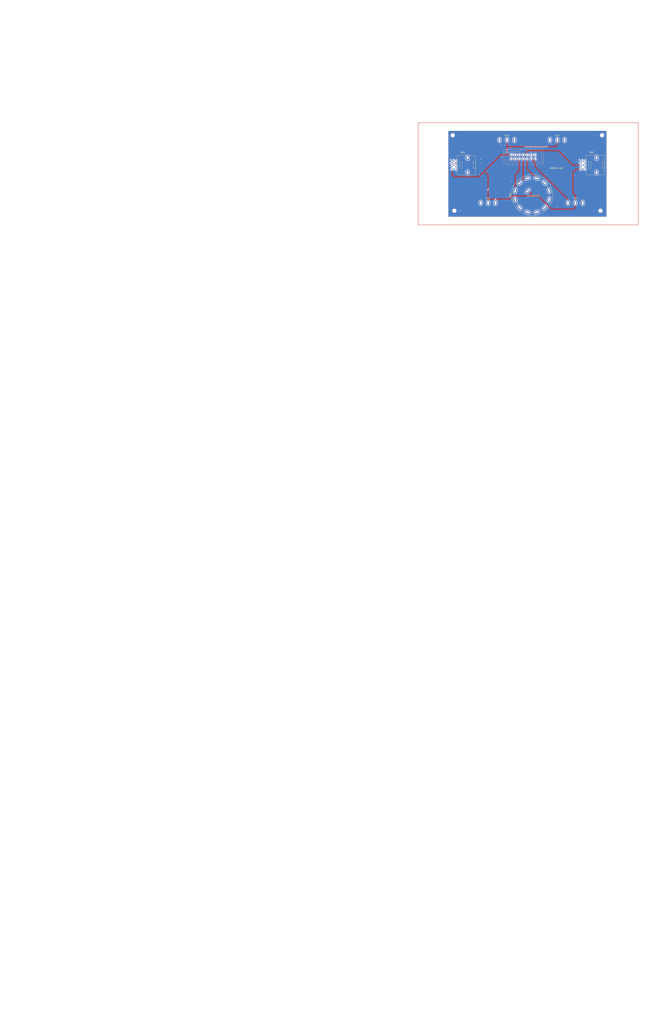
<source format=kicad_pcb>
(kicad_pcb
	(version 20240108)
	(generator "pcbnew")
	(generator_version "8.0")
	(general
		(thickness 1.6)
		(legacy_teardrops no)
	)
	(paper "A4")
	(layers
		(0 "F.Cu" signal)
		(31 "B.Cu" signal)
		(34 "B.Paste" user)
		(35 "F.Paste" user)
		(36 "B.SilkS" user "B.Silkscreen")
		(37 "F.SilkS" user "F.Silkscreen")
		(38 "B.Mask" user)
		(39 "F.Mask" user)
		(44 "Edge.Cuts" user)
		(45 "Margin" user)
		(46 "B.CrtYd" user "B.Courtyard")
		(47 "F.CrtYd" user "F.Courtyard")
		(48 "B.Fab" user)
		(49 "F.Fab" user)
	)
	(setup
		(stackup
			(layer "F.SilkS"
				(type "Top Silk Screen")
				(color "White")
			)
			(layer "F.Paste"
				(type "Top Solder Paste")
			)
			(layer "F.Mask"
				(type "Top Solder Mask")
				(color "Black")
				(thickness 0.01)
			)
			(layer "F.Cu"
				(type "copper")
				(thickness 0.035)
			)
			(layer "dielectric 1"
				(type "core")
				(thickness 1.51)
				(material "FR4")
				(epsilon_r 4.5)
				(loss_tangent 0.02)
			)
			(layer "B.Cu"
				(type "copper")
				(thickness 0.035)
			)
			(layer "B.Mask"
				(type "Bottom Solder Mask")
				(color "Black")
				(thickness 0.01)
			)
			(layer "B.Paste"
				(type "Bottom Solder Paste")
			)
			(layer "B.SilkS"
				(type "Bottom Silk Screen")
				(color "White")
			)
			(copper_finish "None")
			(dielectric_constraints yes)
		)
		(pad_to_mask_clearance 0)
		(allow_soldermask_bridges_in_footprints no)
		(aux_axis_origin 84 135)
		(grid_origin 84 135)
		(pcbplotparams
			(layerselection 0x00010fc_ffffffff)
			(plot_on_all_layers_selection 0x0000000_00000000)
			(disableapertmacros no)
			(usegerberextensions no)
			(usegerberattributes yes)
			(usegerberadvancedattributes yes)
			(creategerberjobfile yes)
			(dashed_line_dash_ratio 12.000000)
			(dashed_line_gap_ratio 3.000000)
			(svgprecision 4)
			(plotframeref no)
			(viasonmask no)
			(mode 1)
			(useauxorigin no)
			(hpglpennumber 1)
			(hpglpenspeed 20)
			(hpglpendiameter 15.000000)
			(pdf_front_fp_property_popups yes)
			(pdf_back_fp_property_popups yes)
			(dxfpolygonmode yes)
			(dxfimperialunits yes)
			(dxfusepcbnewfont yes)
			(psnegative no)
			(psa4output no)
			(plotreference yes)
			(plotvalue yes)
			(plotfptext yes)
			(plotinvisibletext no)
			(sketchpadsonfab no)
			(subtractmaskfromsilk no)
			(outputformat 1)
			(mirror no)
			(drillshape 1)
			(scaleselection 1)
			(outputdirectory "")
		)
	)
	(net 0 "")
	(net 1 "unconnected-(J1-Pin_14-Pad14)")
	(net 2 "/SYS_1")
	(net 3 "/SYS_2")
	(net 4 "/Gain")
	(net 5 "/Multiscan")
	(net 6 "/CCS")
	(net 7 "/PWS")
	(net 8 "/Tilt")
	(net 9 "VBUS")
	(net 10 "GND")
	(net 11 "+3V3")
	(net 12 "/WX+T")
	(net 13 "/TURB")
	(net 14 "/MAP")
	(net 15 "unconnected-(SW1-Pad3)")
	(net 16 "unconnected-(SW1-Pad5)")
	(net 17 "unconnected-(SW1-Pad6)")
	(net 18 "unconnected-(SW1-Pad7)")
	(net 19 "unconnected-(SW1-Pad8)")
	(net 20 "unconnected-(SW1-Pad9)")
	(net 21 "unconnected-(SW1-Pad10)")
	(net 22 "unconnected-(SW1-Pad11)")
	(net 23 "unconnected-(SW1-Pad12)")
	(footprint "NiasStuff:C&K_Rotary_Switches" (layer "F.Cu") (at 137.527109 121.078224 90))
	(footprint "MountingHole:MountingHole_2.2mm_M2" (layer "F.Cu") (at 181 131))
	(footprint "NiasStuff:SW_SPDT_YUEN-FUNG_MT-0-102-A101-M200-RS" (layer "F.Cu") (at 121.5 86))
	(footprint "NiasStuff:SW_SPDT_YUEN-FUNG_MT-0-102-A101-M200-RS" (layer "F.Cu") (at 165 126))
	(footprint "NiasStuff:Potentiometer_Alps_RK09L_Double_Vertical" (layer "F.Cu") (at 168.5 99.5))
	(footprint "NiasStuff:SW_SPDT_YUEN-FUNG_MT-0-102-A101-M200-RS" (layer "F.Cu") (at 153.5 86))
	(footprint "NiasStuff:SW_SPDT_YUEN-FUNG_MT-0-102-A101-M200-RS" (layer "F.Cu") (at 109.5 126))
	(footprint "MountingHole:MountingHole_2.2mm_M2" (layer "F.Cu") (at 87 83))
	(footprint "NiasStuff:Potentiometer_Alps_RK09L_Double_Vertical" (layer "F.Cu") (at 86.5 99.5))
	(footprint "MountingHole:MountingHole_2.2mm_M2" (layer "F.Cu") (at 182 83))
	(footprint "MountingHole:MountingHole_2.2mm_M2" (layer "F.Cu") (at 88 131))
	(footprint "Connector_IDC:IDC-Header_2x07_P2.54mm_Vertical" (layer "B.Cu") (at 124.21 95.46 -90))
	(gr_line
		(start 205 75)
		(end 65 75)
		(stroke
			(width 0.2)
			(type default)
		)
		(layer "F.Cu")
		(uuid "0215d5a4-44c5-4383-8dde-53c9af7cc1ff")
	)
	(gr_line
		(start 65 75)
		(end 65 140)
		(stroke
			(width 0.2)
			(type default)
		)
		(layer "F.Cu")
		(uuid "9624d7e1-c5fd-4bcf-9a72-6c7fc2219f0f")
	)
	(gr_line
		(start 65 140)
		(end 205 140)
		(stroke
			(width 0.2)
			(type default)
		)
		(layer "F.Cu")
		(uuid "9fc20f4c-5fcb-4944-b797-276ff330bed5")
	)
	(gr_line
		(start 205 140)
		(end 205 75)
		(stroke
			(width 0.2)
			(type default)
		)
		(layer "F.Cu")
		(uuid "d4fb45ab-1283-450a-94ae-c7e436ec5e68")
	)
	(gr_line
		(start 185 135)
		(end 185 80)
		(stroke
			(width 0.1)
			(type default)
		)
		(layer "Edge.Cuts")
		(uuid "3ba09393-2a5e-4749-ae4d-a0a8cc5425d4")
	)
	(gr_line
		(start 185 80)
		(end 84 80)
		(stroke
			(width 0.1)
			(type default)
		)
		(layer "Edge.Cuts")
		(uuid "46d45510-8578-4c28-9efc-0665be11010f")
	)
	(gr_line
		(start 84 80)
		(end 84 135)
		(stroke
			(width 0.1)
			(type default)
		)
		(layer "Edge.Cuts")
		(uuid "5cd1c05f-b40b-47b4-a7d5-ecde1514859b")
	)
	(gr_line
		(start 84 135)
		(end 164 135)
		(stroke
			(width 0.1)
			(type default)
		)
		(layer "Edge.Cuts")
		(uuid "b3f786f3-bf6f-4f3f-8a22-7943679f9482")
	)
	(gr_line
		(start 164 135)
		(end 185 135)
		(stroke
			(width 0.1)
			(type default)
		)
		(layer "Edge.Cuts")
		(uuid "bf3e727e-08ae-492e-8551-de841063cb35")
	)
	(gr_line
		(start -59.468835 233.012516)
		(end -59.100172 232.984482)
		(stroke
			(width 0.563452)
			(type solid)
		)
		(layer "F.Fab")
		(uuid "00101fff-c463-428a-9829-0f65ee79dbde")
	)
	(gr_line
		(start -190.731725 211.851723)
		(end -190.74272 211.789829)
		(stroke
			(width 0.482675)
			(type solid)
		)
		(layer "F.Fab")
		(uuid "001608fa-a35c-4a71-8b88-4e79153b294c")
	)
	(gr_line
		(start 79.940037 537.805102)
		(end 79.733498 537.910885)
		(stroke
			(width 0.482999)
			(type solid)
		)
		(layer "F.Fab")
		(uuid "0036371f-1e02-4e25-8faf-79012b118a82")
	)
	(gr_line
		(start 185.445803 242.408897)
		(end 185.166178 242.373365)
		(stroke
			(width 0.482999)
			(type solid)
		)
		(layer "F.Fab")
		(uuid "004b71f1-ccae-458c-800e-08660bd3b7fe")
	)
	(gr_line
		(start -116.465169 13.282248)
		(end -115.892217 13.575696)
		(stroke
			(width 0.657399)
			(type solid)
		)
		(layer "F.Fab")
		(uuid "007e9638-36e8-4a61-8874-9dba4d1d693a")
	)
	(gr_line
		(start 12.480213 488.750061)
		(end 24.297657 488.750061)
		(stroke
			(width 0.664999)
			(type solid)
		)
		(layer "F.Fab")
		(uuid "0080f32c-f0f2-4e90-be76-6af9b7a88504")
	)
	(gr_line
		(start -175.76405 80.581573)
		(end -175.422779 80.256164)
		(stroke
			(width 0.483227)
			(type solid)
		)
		(layer "F.Fab")
		(uuid "00ce2009-40fd-4b79-a711-d7ed55392842")
	)
	(gr_line
		(start -142.42439 208.179444)
		(end -142.800383 208.246589)
		(stroke
			(width 0.482675)
			(type solid)
		)
		(layer "F.Fab")
		(uuid "00cfeac8-0f74-4cbd-a6e8-eac1d4ac4cfd")
	)
	(gr_line
		(start 100.571683 -1.392683)
		(end 100.983193 -1.62932)
		(stroke
			(width 0.483227)
			(type solid)
		)
		(layer "F.Fab")
		(uuid "011055cb-3839-469f-8dd2-4be7ef302984")
	)
	(gr_line
		(start 182.893137 241.483507)
		(end 182.674077 241.327729)
		(stroke
			(width 0.482999)
			(type solid)
		)
		(layer "F.Fab")
		(uuid "0145038e-5f63-4d22-8687-f279e8de0850")
	)
	(gr_line
		(start 171.276474 223.369417)
		(end 170.768915 223.768279)
		(stroke
			(width 0.782999)
			(type solid)
		)
		(layer "F.Fab")
		(uuid "015de77b-ea10-4eb8-9a42-04b19aa0843e")
	)
	(gr_line
		(start 76.459664 528.953844)
		(end 76.691413 528.900357)
		(stroke
			(width 0.482999)
			(type solid)
		)
		(layer "F.Fab")
		(uuid "018a5da2-77a6-4612-8c40-71a616df5cad")
	)
	(gr_line
		(start 162.038756 199.583614)
		(end 162.730152 199.566131)
		(stroke
			(width 0.782999)
			(type solid)
		)
		(layer "F.Fab")
		(uuid "019d36c6-cf28-4b1a-8889-9ce15757f6ed")
	)
	(gr_line
		(start -141.337913 207.871262)
		(end -141.692675 207.9913)
		(stroke
			(width 0.482675)
			(type solid)
		)
		(layer "F.Fab")
		(uuid "01cdd9ad-d5bd-474a-886d-26867a84d7d1")
	)
	(gr_line
		(start 185.166178 231.327379)
		(end 185.445803 231.291847)
		(stroke
			(width 0.482999)
			(type solid)
		)
		(layer "F.Fab")
		(uuid "01d71626-8e23-44ee-91cf-9cd5234e3fd8")
	)
	(gr_line
		(start 52.817443 21.191013)
		(end 53.434855 21.399923)
		(stroke
			(width 0.657399)
			(type solid)
		)
		(layer "F.Fab")
		(uuid "01dc3dc4-c0b2-48bf-a7c0-648b5652a2bd")
	)
	(gr_line
		(start 114.721546 10.837528)
		(end 114.524759 11.272855)
		(stroke
			(width 0.483227)
			(type solid)
		)
		(layer "F.Fab")
		(uuid "01ed501b-a069-4b5c-8e61-884794cdf7d7")
	)
	(gr_line
		(start 96.436792 3.633089)
		(end 96.612743 3.186802)
		(stroke
			(width 0.483227)
			(type solid)
		)
		(layer "F.Fab")
		(uuid "01ed675e-1f4f-481b-9d05-46a9d27be517")
	)
	(gr_line
		(start -39.477246 232.513877)
		(end -39.159198 233.453835)
		(stroke
			(width 0.720099)
			(type solid)
		)
		(layer "F.Fab")
		(uuid "0229eca3-2bbe-4bad-8310-5bd4dd8352bb")
	)
	(gr_line
		(start 189.764688 313.050835)
		(end 189.741097 313.00258)
		(stroke
			(width 0.712262)
			(type solid)
		)
		(layer "F.Fab")
		(uuid "0250f94a-3467-464b-8809-7beaf66ddab4")
	)
	(gr_line
		(start 188.680342 241.763377)
		(end 188.439427 241.886767)
		(stroke
			(width 0.482999)
			(type solid)
		)
		(layer "F.Fab")
		(uuid "0266abbb-8ce0-4d58-9858-7badfe105053")
	)
	(gr_line
		(start -92.179667 173.242712)
		(end -92.059629 172.887949)
		(stroke
			(width 0.482675)
			(type solid)
		)
		(layer "F.Fab")
		(uuid "0292ad3b-5489-476a-a2a1-9d4517e0ea48")
	)
	(gr_line
		(start 131.730769 0.404294)
		(end 132.05614 0.062988)
		(stroke
			(width 0.483227)
			(type solid)
		)
		(layer "F.Fab")
		(uuid "02a33015-8aaf-41c5-946b-f0d6d18bbcf3")
	)
	(gr_line
		(start 151.963682 204.963024)
		(end 152.362545 204.455466)
		(stroke
			(width 0.782999)
			(type solid)
		)
		(layer "F.Fab")
		(uuid "02af0d88-a7fa-4580-9352-bea27a4fdfe0")
	)
	(gr_line
		(start 114.897493 10.391239)
		(end 114.721546 10.837528)
		(stroke
			(width 0.483227)
			(type solid)
		)
		(layer "F.Fab")
		(uuid "02be2c4e-20ca-455a-b9ba-1de90d9b464f")
	)
	(gr_line
		(start 150.916101 206.597561)
		(end 151.239616 206.034916)
		(stroke
			(width 0.782999)
			(type solid)
		)
		(layer "F.Fab")
		(uuid "02cb7413-6352-4f64-89c1-041cedac67c4")
	)
	(gr_line
		(start -190.390515 189.262146)
		(end -190.346996 189.220663)
		(stroke
			(width 0.482675)
			(type solid)
		)
		(layer "F.Fab")
		(uuid "0308683a-1f6f-40ca-bb52-183d7d6a2847")
	)
	(gr_line
		(start 166.373217 46.43519)
		(end 166.661651 46.208525)
		(stroke
			(width 0.482675)
			(type solid)
		)
		(layer "F.Fab")
		(uuid "0310c1a2-633e-4144-a9dc-1f90ebedcaa6")
	)
	(gr_line
		(start 164.516242 55.966263)
		(end 164.347628 55.637049)
		(stroke
			(width 0.482675)
			(type solid)
		)
		(layer "F.Fab")
		(uuid "032394cf-9c7e-4de3-8bdc-88f26948ccde")
	)
	(gr_line
		(start -102.579175 619.448974)
		(end -98.273175 619.448974)
		(stroke
			(width 0.764999)
			(type solid)
		)
		(layer "F.Fab")
		(uuid "033228d3-545f-4d29-98f7-c6e92f5b8d44")
	)
	(gr_line
		(start -140.652976 193.817092)
		(end -140.323762 193.985705)
		(stroke
			(width 0.482675)
			(type solid)
		)
		(layer "F.Fab")
		(uuid "034de3c5-09a0-4ed4-b805-78c5fe9aceb7")
	)
	(gr_line
		(start -56.230583 233.415536)
		(end -55.900923 233.545517)
		(stroke
			(width 0.563452)
			(type solid)
		)
		(layer "F.Fab")
		(uuid "03581cfd-77ba-4a77-9236-46a2e6c75ce8")
	)
	(gr_line
		(start -142.209851 574.833191)
		(end -137.903882 574.833191)
		(stroke
			(width 0.764999)
			(type solid)
		)
		(layer "F.Fab")
		(uuid "038f3f1b-00e9-4153-a27b-64c48aabbd52")
	)
	(gr_line
		(start -15.286572 124.586273)
		(end -17.183484 124.586273)
		(stroke
			(width 0.94083)
			(type solid)
		)
		(layer "F.Fab")
		(uuid "0392669b-0a95-4f84-9944-c49496d574e2")
	)
	(gr_line
		(start -138.071462 205.556061)
		(end -138.31144 205.833101)
		(stroke
			(width 0.482675)
			(type solid)
		)
		(layer "F.Fab")
		(uuid "03e28784-8fd0-4b6a-a3db-029d62361355")
	)
	(gr_line
		(start 99.719118 303.720691)
		(end 99.80696 303.980303)
		(stroke
			(width 0.482999)
			(type solid)
		)
		(layer "F.Fab")
		(uuid "0442df9d-8cde-481a-9467-6a821e3aee0b")
	)
	(gr_line
		(start 97.792729 1.132139)
		(end 98.084451 0.760883)
		(stroke
			(width 0.483227)
			(type solid)
		)
		(layer "F.Fab")
		(uuid "045453c3-1438-49ff-b4a3-dced807b037f")
	)
	(gr_line
		(start -166.359784 78.012527)
		(end -165.893476 78.144959)
		(stroke
			(width 0.483227)
			(type solid)
		)
		(layer "F.Fab")
		(uuid "045c8f5a-4f4b-4912-9dd5-aa8c275d6f21")
	)
	(gr_line
		(start -169.321268 77.715912)
		(end -168.815594 77.703125)
		(stroke
			(width 0.483227)
			(type solid)
		)
		(layer "F.Fab")
		(uuid "04648341-5a43-4779-8357-38c8247a1276")
	)
	(gr_line
		(start 59.805668 10.34334)
		(end 59.701991 9.894105)
		(stroke
			(width 0.586999)
			(type solid)
		)
		(layer "F.Fab")
		(uuid "0465c01d-5a0c-4008-859f-b69e30f19af7")
	)
	(gr_line
		(start -166.811657 15.863876)
		(end -166.350172 15.423891)
		(stroke
			(width 0.657399)
			(type solid)
		)
		(layer "F.Fab")
		(uuid "04736af9-ddb7-4226-a0ac-1363a0607e50")
	)
	(gr_line
		(start 77.976318 6.608686)
		(end 78.035364 7.073384)
		(stroke
			(width 0.586999)
			(type solid)
		)
		(layer "F.Fab")
		(uuid "047a15b7-57c0-4aca-87da-18fa8e7ef554")
	)
	(gr_line
		(start 112.346018 56.862848)
		(end 112.109404 57.274399)
		(stroke
			(width 0.483227)
			(type solid)
		)
		(layer "F.Fab")
		(uuid "047e6d12-6454-4278-8c10-e114b6e26ed4")
	)
	(gr_line
		(start 209.046204 297.770463)
		(end 209.08638 297.79428)
		(stroke
			(width 0.712262)
			(type solid)
		)
		(layer "F.Fab")
		(uuid "04812ac9-97f4-4c2e-9cde-3e2bdf1178f9")
	)
	(gr_line
		(start -85.668391 183.108956)
		(end -86.050501 183.060401)
		(stroke
			(width 0.482675)
			(type solid)
		)
		(layer "F.Fab")
		(uuid "04854de9-d2de-47a8-becd-af3bb668e693")
	)
	(gr_line
		(start 146.278433 13.620043)
		(end 145.953052 13.961349)
		(stroke
			(width 0.483227)
			(type solid)
		)
		(layer "F.Fab")
		(uuid "049af132-c494-460d-a027-263a1a61d2e2")
	)
	(gr_line
		(start -167.075298 189.551078)
		(end -167.047662 189.605182)
		(stroke
			(width 0.482675)
			(type solid)
		)
		(layer "F.Fab")
		(uuid "04ae2fe0-b07d-4d09-a552-a7988a651b40")
	)
	(gr_line
		(start -55.900923 233.545517)
		(end -55.579359 233.690893)
		(stroke
			(width 0.563452)
			(type solid)
		)
		(layer "F.Fab")
		(uuid "04b2022f-41f0-4d76-a79a-5da17fdf36f5")
	)
	(gr_line
		(start -138.31144 195.565641)
		(end -138.071462 195.842681)
		(stroke
			(width 0.482675)
			(type solid)
		)
		(layer "F.Fab")
		(uuid "04d903eb-6b8b-4fbc-b774-193541f84aae")
	)
	(gr_line
		(start 131.421914 13.263448)
		(end 131.130193 12.89219)
		(stroke
			(width 0.483227)
			(type solid)
		)
		(layer "F.Fab")
		(uuid "04f2b196-b0d9-4f99-a0dd-c1af420f3d2e")
	)
	(gr_line
		(start 74.929187 348.805175)
		(end 68.090747 363.520996)
		(stroke
			(width 0.964999)
			(type solid)
		)
		(layer "F.Fab")
		(uuid "04fb3374-7835-4eb9-8c97-3ce5e1d5b0b1")
	)
	(gr_line
		(start 145.252871 52.719793)
		(end 145.223386 53.10754)
		(stroke
			(width 0.482675)
			(type solid)
		)
		(layer "F.Fab")
		(uuid "050797fa-c0b3-4423-9bfc-e71ff6e6776f")
	)
	(gr_poly
		(pts
			(xy -154.596051 623.771789) (xy -160.260815 629.436584) (xy -160.260815 627.777282) (xy -154.596051 622.112487)
		)
		(stroke
			(width 0)
			(type solid)
		)
		(fill solid)
		(layer "F.Fab")
		(uuid "052365dc-72b1-42ed-ad5a-2a06a83622a7")
	)
	(gr_line
		(start 60.243008 11.637076)
		(end 60.07676 11.215409)
		(stroke
			(width 0.586999)
			(type solid)
		)
		(layer "F.Fab")
		(uuid "053ef4c9-6eab-40a0-87cc-143b741df31c")
	)
	(gr_line
		(start -124.904046 12.241872)
		(end -124.249683 12.125015)
		(stroke
			(width 0.657399)
			(type solid)
		)
		(layer "F.Fab")
		(uuid "0552e959-4cae-4143-a319-c6eb8749de94")
	)
	(gr_line
		(start 181.70561 233.296287)
		(end 181.881222 233.093551)
		(stroke
			(width 0.482999)
			(type solid)
		)
		(layer "F.Fab")
		(uuid "0563dc4a-8487-48fb-acbe-ecd4f3cb6f98")
	)
	(gr_line
		(start -46.184107 281.398611)
		(end -46.216425 282.359897)
		(stroke
			(width 1.866999)
			(type solid)
		)
		(layer "F.Fab")
		(uuid "0592902d-9833-46e7-9f08-316a9c2582bc")
	)
	(gr_line
		(start 184.355569 242.186546)
		(end 184.095958 242.098703)
		(stroke
			(width 0.482999)
			(type solid)
		)
		(layer "F.Fab")
		(uuid "05c5905c-7b35-40d5-a240-7535f2e7aadc")
	)
	(gr_line
		(start -151.55892 199.918717)
		(end -151.510365 199.536607)
		(stroke
			(width 0.482675)
			(type solid)
		)
		(layer "F.Fab")
		(uuid "05f53372-0978-4994-aa05-17ccf83aee3f")
	)
	(gr_line
		(start 25.785625 -0.699228)
		(end 26.217064 -0.845211)
		(stroke
			(width 0.586999)
			(type solid)
		)
		(layer "F.Fab")
		(uuid "06008f37-26ba-405f-a5d7-5f4ea8672dc9")
	)
	(gr_line
		(start -109.385693 522.506347)
		(end -112.104382 522.506347)
		(stroke
			(width 0.764999)
			(type solid)
		)
		(layer "F.Fab")
		(uuid "06044bd2-26b9-41b8-b87f-56a7e697f483")
	)
	(gr_line
		(start 101.725015 42.550461)
		(end 102.208927 42.464035)
		(stroke
			(width 0.483227)
			(type solid)
		)
		(layer "F.Fab")
		(uuid "06102a3a-e93b-4de2-a91d-16ca80ef87ae")
	)
	(gr_line
		(start -94.264495 281.034189)
		(end -94.232177 280.072903)
		(stroke
			(width 1.866999)
			(type solid)
		)
		(layer "F.Fab")
		(uuid "06221477-bd6f-4298-aff3-8592396e6d2d")
	)
	(gr_line
		(start -65.976558 239.860869)
		(end -65.948525 239.492206)
		(stroke
			(width 0.563452)
			(type solid)
		)
		(layer "F.Fab")
		(uuid "06614b05-d87b-417b-86fb-c9087ae0ab3d")
	)
	(gr_line
		(start 98.084451 0.760883)
		(end 98.393306 0.404294)
		(stroke
			(width 0.483227)
			(type solid)
		)
		(layer "F.Fab")
		(uuid "06835b52-8975-43f5-80bf-be8d1784a838")
	)
	(gr_line
		(start -164.845067 14.241289)
		(end -164.305931 13.895655)
		(stroke
			(width 0.657399)
			(type solid)
		)
		(layer "F.Fab")
		(uuid "0691610d-9651-42fa-bdb2-baf7ac0726a6")
	)
	(gr_line
		(start -51.793574 238.075716)
		(end -51.695751 238.420202)
		(stroke
			(width 0.563452)
			(type solid)
		)
		(layer "F.Fab")
		(uuid "06e1feb4-af28-4495-be11-3f12c5c25cb8")
	)
	(gr_line
		(start 156.905245 225.112567)
		(end 156.325926 224.815857)
		(stroke
			(width 0.782999)
			(type solid)
		)
		(layer "F.Fab")
		(uuid "0716b07c-aee2-40fb-9659-953e145600b5")
	)
	(gr_poly
		(pts
			(xy -154.596051 615.953186) (xy -160.260815 621.61792) (xy -160.260815 619.958557) (xy -154.596051 614.293884)
		)
		(stroke
			(width 0)
			(type solid)
		)
		(fill solid)
		(layer "F.Fab")
		(uuid "07232815-6fb7-43f8-97b5-03181f96f8f3")
	)
	(gr_line
		(start 131.509263 56.895133)
		(end 131.296392 56.595784)
		(stroke
			(width 0.482675)
			(type solid)
		)
		(layer "F.Fab")
		(uuid "074b5706-e8fe-498d-8ee0-46abf23139b6")
	)
	(gr_line
		(start 89.059376 304.245445)
		(end 89.134667 303.980303)
		(stroke
			(width 0.482999)
			(type solid)
		)
		(layer "F.Fab")
		(uuid "075e1f59-cd73-414e-b0e2-e3a9a09bf458")
	)
	(gr_line
		(start 35.851511 1.779451)
		(end 36.143359 2.116368)
		(stroke
			(width 0.586999)
			(type solid)
		)
		(layer "F.Fab")
		(uuid "07a16504-8a18-40bd-b78b-aeeae167d0db")
	)
	(gr_line
		(start 93.619914 300.118822)
		(end 93.899538 300.08329)
		(stroke
			(width 0.482999)
			(type solid)
		)
		(layer "F.Fab")
		(uuid "07ce313e-1da9-4c32-99ad-536dc35f3961")
	)
	(gr_line
		(start 47.507399 20.662217)
		(end 48.182219 20.610903)
		(stroke
			(width 0.657399)
			(type solid)
		)
		(layer "F.Fab")
		(uuid "07db0afe-83cd-4e40-993a-90d951533b65")
	)
	(gr_line
		(start -173.499535 51.661509)
		(end -173.075831 51.444479)
		(stroke
			(width 0.483227)
			(type solid)
		)
		(layer "F.Fab")
		(uuid "07f83a87-e1fa-47c1-bab0-038f41c12eef")
	)
	(gr_line
		(start 164.898687 48.05797)
		(end 165.111558 47.758621)
		(stroke
			(width 0.482675)
			(type solid)
		)
		(layer "F.Fab")
		(uuid "080c1fd2-0c78-46f3-848b-4bff147875dd")
	)
	(gr_line
		(start -167.476449 189.109208)
		(end -167.427289 189.144117)
		(stroke
			(width 0.482675)
			(type solid)
		)
		(layer "F.Fab")
		(uuid "08185cfd-cce3-4195-8f9f-cea9be0af452")
	)
	(gr_line
		(start -167.804929 212.796509)
		(end -167.864537 212.813362)
		(stroke
			(width 0.482675)
			(type solid)
		)
		(layer "F.Fab")
		(uuid "081fb68c-396f-415b-8773-ea8447894510")
	)
	(gr_line
		(start 130.080394 51.164121)
		(end 130.14754 50.788127)
		(stroke
			(width 0.482675)
			(type solid)
		)
		(layer "F.Fab")
		(uuid "08ab4543-8ed2-4e2a-bb05-c4c6cb2a5b3f")
	)
	(gr_line
		(start 80.877546 537.138861)
		(end 80.703739 537.289416)
		(stroke
			(width 0.482999)
			(type solid)
		)
		(layer "F.Fab")
		(uuid "08d608af-03a4-4217-a53f-fd4d1a5907f9")
	)
	(gr_line
		(start 150.61939 218.82672)
		(end 150.350328 218.23157)
		(stroke
			(width 0.782999)
			(type solid)
		)
		(layer "F.Fab")
		(uuid "090ed466-ee35-40c7-bd99-a778b8a67ee7")
	)
	(gr_line
		(start 208.919834 313.537752)
		(end 208.875954 313.551032)
		(stroke
			(width 0.712262)
			(type solid)
		)
		(layer "F.Fab")
		(uuid "091ee2e7-4d00-49ca-b711-c145e97c8fa2")
	)
	(gr_line
		(start 81.86875 535.876389)
		(end 81.753411 536.076984)
		(stroke
			(width 0.482999)
			(type solid)
		)
		(layer "F.Fab")
		(uuid "0923c3a4-b3bc-4f69-bef3-592503cc0c1c")
	)
	(gr_line
		(start 129.774256 3.633089)
		(end 129.950206 3.186802)
		(stroke
			(width 0.483227)
			(type solid)
		)
		(layer "F.Fab")
		(uuid "0940c3d3-81a1-44d1-b23f-76828a4c559b")
	)
	(gr_line
		(start 208.962874 313.521726)
		(end 208.919834 313.537752)
		(stroke
			(width 0.712262)
			(type solid)
		)
		(layer "F.Fab")
		(uuid "094553ea-a6ea-4c6f-9a84-87201890572f")
	)
	(gr_line
		(start 191.265382 234.929248)
		(end 191.353224 235.18886)
		(stroke
			(width 0.482999)
			(type solid)
		)
		(layer "F.Fab")
		(uuid "094c74ea-1550-4ed9-a92a-f0590a74ce67")
	)
	(gr_poly
		(pts
			(xy -180.095898 552.917358) (xy -183.7458 555.024719) (xy -183.7458 550.809997)
		)
		(stroke
			(width 0)
			(type solid)
		)
		(fill solid)
		(layer "F.Fab")
		(uuid "0955d1f7-722f-4c8d-ab6e-d219b1cbd6cc")
	)
	(gr_line
		(start -136.927966 203.671331)
		(end -137.080867 204.009541)
		(stroke
			(width 0.482675)
			(type solid)
		)
		(layer "F.Fab")
		(uuid "09792c10-4042-487a-b9af-8e8dff63ef0b")
	)
	(gr_line
		(start -90.723248 12.569309)
		(end -90.09268 12.390249)
		(stroke
			(width 0.657399)
			(type solid)
		)
		(layer "F.Fab")
		(uuid "099f9d7e-4fc7-4e42-9783-00dd7cbfd861")
	)
	(gr_line
		(start 140.937783 45.444594)
		(end 141.266997 45.613208)
		(stroke
			(width 0.482675)
			(type solid)
		)
		(layer "F.Fab")
		(uuid "09c3b5ac-951a-4430-b4c5-47ef554e15ef")
	)
	(gr_line
		(start 138.790376 59.874092)
		(end 138.408266 59.922647)
		(stroke
			(width 0.482675)
			(type solid)
		)
		(layer "F.Fab")
		(uuid "09cf741b-6373-42e1-a717-6c415aa01a5f")
	)
	(gr_line
		(start 189.773885 232.7145)
		(end 189.967929 232.899505)
		(stroke
			(width 0.482999)
			(type solid)
		)
		(layer "F.Fab")
		(uuid "09d5204a-e87d-4de8-baf1-bba8d9e0cabb")
	)
	(gr_line
		(start 184.89103 231.376516)
		(end 185.166178 231.327379)
		(stroke
			(width 0.482999)
			(type solid)
		)
		(layer "F.Fab")
		(uuid "0a0c96e9-4284-429e-b810-54518411f3e0")
	)
	(gr_line
		(start 142.484303 46.43519)
		(end 142.761342 46.675168)
		(stroke
			(width 0.482675)
			(type solid)
		)
		(layer "F.Fab")
		(uuid "0a8e30f1-ff16-4440-83f3-43d9c979844f")
	)
	(gr_line
		(start -127.398335 13.016143)
		(end -126.794907 12.778219)
		(stroke
			(width 0.657399)
			(type solid)
		)
		(layer "F.Fab")
		(uuid "0a90518a-c4d6-4a91-a1da-634609c61b8a")
	)
	(gr_line
		(start 34.53388 0.58202)
		(end 34.884657 0.857675)
		(stroke
			(width 0.586999)
			(type solid)
		)
		(layer "F.Fab")
		(uuid "0ab6df82-fe76-4913-b2d6-76be1b753e4e")
	)
	(gr_line
		(start 187.413446 231.438906)
		(end 187.678587 231.514198)
		(stroke
			(width 0.482999)
			(type solid)
		)
		(layer "F.Fab")
		(uuid "0ac144c0-8ddb-44e1-9651-f7f1f43cff27")
	)
	(gr_line
		(start 130.031839 53.10754)
		(end 130.002355 52.719793)
		(stroke
			(width 0.482675)
			(type solid)
		)
		(layer "F.Fab")
		(uuid "0ac65734-23ea-4278-9e15-2ef76161ca55")
	)
	(gr_line
		(start -190.731725 189.896536)
		(end -190.717763 189.835746)
		(stroke
			(width 0.482675)
			(type solid)
		)
		(layer "F.Fab")
		(uuid "0b0ef6fa-2e38-44d1-9df9-104c286e1374")
	)
	(gr_line
		(start -63.607658 234.8609)
		(end -63.344253 234.632733)
		(stroke
			(width 0.563452)
			(type solid)
		)
		(layer "F.Fab")
		(uuid "0b1851e9-4b05-441f-b163-d09fef03e207")
	)
	(gr_line
		(start 177.121592 47.470186)
		(end 177.348257 47.758621)
		(stroke
			(width 0.482675)
			(type solid)
		)
		(layer "F.Fab")
		(uuid "0b462830-bab4-460e-92b9-cc30df1657f7")
	)
	(gr_line
		(start 133.358705 45.995653)
		(end 133.668489 45.797055)
		(stroke
			(width 0.482675)
			(type solid)
		)
		(layer "F.Fab")
		(uuid "0b4d94f8-b9ff-4563-aa77-33160f93787a")
	)
	(gr_line
		(start 63.606993 15.722392)
		(end 63.242963 15.463511)
		(stroke
			(width 0.586999)
			(type solid)
		)
		(layer "F.Fab")
		(uuid "0b5f4d42-e61f-4967-a325-afc9eb7da74c")
	)
	(gr_line
		(start -167.527335 189.076646)
		(end -167.476449 189.109208)
		(stroke
			(width 0.482675)
			(type solid)
		)
		(layer "F.Fab")
		(uuid "0b90c26e-c691-4eb9-a0f9-52289effc9f4")
	)
	(gr_line
		(start -51.317639 9.969406)
		(end -51.317608 11.971908)
		(stroke
			(width 1.556999)
			(type solid)
		)
		(layer "F.Fab")
		(uuid "0b971b76-fb11-4a4a-9b5d-2e686dddaba8")
	)
	(gr_line
		(start -51.476651 239.860869)
		(end -51.467206 240.234436)
		(stroke
			(width 0.563452)
			(type solid)
		)
		(layer "F.Fab")
		(uuid "0b9f8e1d-3cb1-4619-9fe2-a33315f98f67")
	)
	(gr_poly
		(pts
			(xy -154.596051 638.522949) (xy -163.754651 647.681579) (xy -165.417096 647.68457) (xy -154.596051 636.864135)
		)
		(stroke
			(width 0)
			(type solid)
		)
		(fill solid)
		(layer "F.Fab")
		(uuid "0bddbf5b-57e2-4faa-9091-5684bc80da66")
	)
	(gr_line
		(start -168.30992 50.48816)
		(end -167.810885 50.526111)
		(stroke
			(width 0.483227)
			(type solid)
		)
		(layer "F.Fab")
		(uuid "0c0066e3-37fd-417e-a2bd-b4380a519f6c")
	)
	(gr_line
		(start -109.385693 567.142761)
		(end -112.104382 567.142761)
		(stroke
			(width 0.764999)
			(type solid)
		)
		(layer "F.Fab")
		(uuid "0c0a20f5-bdcc-4e4a-ad1c-0cde6af65c8d")
	)
	(gr_line
		(start 142.761342 57.978582)
		(end 142.484303 58.21856)
		(stroke
			(width 0.482675)
			(type solid)
		)
		(layer "F.Fab")
		(uuid "0c16c3d0-9efc-426d-80c0-649a4c3b1059")
	)
	(gr_line
		(start -131.622082 15.863876)
		(end -131.160597 15.423891)
		(stroke
			(width 0.657399)
			(type solid)
		)
		(layer "F.Fab")
		(uuid "0c4adea2-f722-4250-80fb-983be4992f4a")
	)
	(gr_line
		(start -61.552287 233.545517)
		(end -61.222626 233.415536)
		(stroke
			(width 0.563452)
			(type solid)
		)
		(layer "F.Fab")
		(uuid "0c7adeed-0d02-4b6e-a153-789ce0821c9f")
	)
	(gr_line
		(start 208.693164 297.677002)
		(end 208.739838 297.678549)
		(stroke
			(width 0.712262)
			(type solid)
		)
		(layer "F.Fab")
		(uuid "0c81c63c-f61f-4919-a442-69d5d424a81a")
	)
	(gr_line
		(start 165.831012 57.725771)
		(end 165.578201 57.460605)
		(stroke
			(width 0.482675)
			(type solid)
		)
		(layer "F.Fab")
		(uuid "0c9247f5-a9bd-4fdf-8abc-2d5f0af1b61b")
	)
	(gr_line
		(start 94.847801 47.917736)
		(end 95.064812 47.493989)
		(stroke
			(width 0.483227)
			(type solid)
		)
		(layer "F.Fab")
		(uuid "0c9bb2d4-d66b-412e-9009-96c9ddad1164")
	)
	(gr_poly
		(pts
			(xy -180.153515 510.504638) (xy -183.803418 512.611999) (xy -183.803418 508.397277)
		)
		(stroke
			(width 0)
			(type solid)
		)
		(fill solid)
		(layer "F.Fab")
		(uuid "0ccd101e-9ebb-4b82-a1f2-53bdb3fd54e0")
	)
	(gr_line
		(start -94.035107 454.032287)
		(end -100.611279 454.032287)
		(stroke
			(width 0.564998)
			(type solid)
		)
		(layer "F.Fab")
		(uuid "0d06e681-12f2-4c43-8a38-b06de3f1fa76")
	)
	(gr_line
		(start -150.845426 197.389201)
		(end -150.676812 197.059986)
		(stroke
			(width 0.482675)
			(type solid)
		)
		(layer "F.Fab")
		(uuid "0d1f8556-de8e-4e25-aa16-0b6a5fc9b9ac")
	)
	(gr_line
		(start 93.891559 51.67269)
		(end 93.929507 51.173599)
		(stroke
			(width 0.483227)
			(type solid)
		)
		(layer "F.Fab")
		(uuid "0d32b59c-473f-4166-b332-1147e5731910")
	)
	(gr_line
		(start 95.301427 57.274386)
		(end 95.064812 56.862835)
		(stroke
			(width 0.483227)
			(type solid)
		)
		(layer "F.Fab")
		(uuid "0d48f622-deed-48c1-b841-d5e86c712790")
	)
	(gr_line
		(start 150.350328 207.77203)
		(end 150.61939 207.176881)
		(stroke
			(width 0.782999)
			(type solid)
		)
		(layer "F.Fab")
		(uuid "0d57edf5-75ae-48f6-b72d-a897b8dee1ed")
	)
	(gr_line
		(start 208.875954 297.701164)
		(end 208.919834 297.714444)
		(stroke
			(width 0.712262)
			(type solid)
		)
		(layer "F.Fab")
		(uuid "0d943498-1b46-48f1-b305-bba818001745")
	)
	(gr_line
		(start 76.232355 538.167887)
		(end 76.009787 538.092578)
		(stroke
			(width 0.482999)
			(type solid)
		)
		(layer "F.Fab")
		(uuid "0da55ae3-4048-4cdc-86de-f53b2f89ed72")
	)
	(gr_line
		(start 190.009669 297.880116)
		(end 190.046468 297.849181)
		(stroke
			(width 0.712262)
			(type solid)
		)
		(layer "F.Fab")
		(uuid "0da6380f-cf83-46d2-9c65-9e56548efbb3")
	)
	(gr_line
		(start -165.868022 15.006242)
		(end -165.366042 14.611763)
		(stroke
			(width 0.657399)
			(type solid)
		)
		(layer "F.Fab")
		(uuid "0db0ef0c-2f2e-4d92-861f-ba33670be0a6")
	)
	(gr_line
		(start -80.031048 181.404868)
		(end -80.319482 181.631533)
		(stroke
			(width 0.482675)
			(type solid)
		)
		(layer "F.Fab")
		(uuid "0dfb5434-cc5d-47a5-b859-1b97e22135f2")
	)
	(gr_line
		(start 163.682689 53.489649)
		(end 163.634134 53.10754)
		(stroke
			(width 0.482675)
			(type solid)
		)
		(layer "F.Fab")
		(uuid "0e032ea5-a34a-4e5a-a269-2b33dc05e2fc")
	)
	(gr_line
		(start -45.611475 223.859276)
		(end -44.877446 224.495108)
		(stroke
			(width 0.720099)
			(type solid)
		)
		(layer "F.Fab")
		(uuid "0e20dc06-f06e-4b45-a1ad-9c4223e0bed8")
	)
	(gr_line
		(start -172.194307 78.299457)
		(end -171.737722 78.14495)
		(stroke
			(width 0.483227)
			(type solid)
		)
		(layer "F.Fab")
		(uuid "0e4e885a-96be-4b1d-bb79-28747bd1a0fb")
	)
	(gr_line
		(start 89.837699 302.517864)
		(end 89.993475 302.298803)
		(stroke
			(width 0.482999)
			(type solid)
		)
		(layer "F.Fab")
		(uuid "0e9304f1-7bed-44ad-9a54-b7c8dcb4cdfd")
	)
	(gr_line
		(start 92.295963 300.493527)
		(end 92.549693 300.393484)
		(stroke
			(width 0.482999)
			(type solid)
		)
		(layer "F.Fab")
		(uuid "0ea5ff45-7091-4996-a413-b5c9c64cc3e0")
	)
	(gr_line
		(start 99.619075 307.816661)
		(end 99.507184 308.064158)
		(stroke
			(width 0.482999)
			(type solid)
		)
		(layer "F.Fab")
		(uuid "0ea75170-7389-457a-972c-a0871920e349")
	)
	(gr_line
		(start 115.443027 6.007345)
		(end 115.480976 6.506433)
		(stroke
			(width 0.483227)
			(type solid)
		)
		(layer "F.Fab")
		(uuid "0eec1d1b-4d94-4f72-9848-542895b39628")
	)
	(gr_line
		(start -164.131674 51.661509)
		(end -163.720167 51.898145)
		(stroke
			(width 0.483227)
			(type solid)
		)
		(layer "F.Fab")
		(uuid "0effb4bd-e337-4a1a-a8b4-03626e126995")
	)
	(gr_line
		(start -80.61883 169.181962)
		(end -80.319482 169.394834)
		(stroke
			(width 0.482675)
			(type solid)
		)
		(layer "F.Fab")
		(uuid "0f1167e8-56b0-4ad1-9903-f6a386139c05")
	)
	(gr_line
		(start 30.849591 17.11955)
		(end 30.392333 17.201208)
		(stroke
			(width 0.586999)
			(type solid)
		)
		(layer "F.Fab")
		(uuid "0f2940bf-6144-4f01-b2e8-e1aec7cb86f2")
	)
	(gr_poly
		(pts
			(xy -191.92204 634.952087) (xy -191.92204 636.611389) (xy -197.586804 630.946594) (xy -197.586804 629.287292)
		)
		(stroke
			(width 0)
			(type solid)
		)
		(fill solid)
		(layer "F.Fab")
		(uuid "0f947030-28e1-4c3f-8701-9019c657428d")
	)
	(gr_line
		(start 166.096178 46.675168)
		(end 166.373217 46.43519)
		(stroke
			(width 0.482675)
			(type solid)
		)
		(layer "F.Fab")
		(uuid "0fa89df8-94e7-424b-9289-eaebf375ad6f")
	)
	(gr_line
		(start 136.464849 44.779655)
		(end 136.846959 44.7311)
		(stroke
			(width 0.482675)
			(type solid)
		)
		(layer "F.Fab")
		(uuid "0fbd83b2-b0b1-4bdd-a907-bd1719579b20")
	)
	(gr_line
		(start 185.016651 90.395263)
		(end 181.455066 96.564148)
		(stroke
			(width 0.664999)
			(type solid)
		)
		(layer "F.Fab")
		(uuid "0fcb5669-d176-4675-a9c1-a2a13eaf966e")
	)
	(gr_line
		(start 107.647571 -2.615796)
		(end 108.122987 -2.506058)
		(stroke
			(width 0.483227)
			(type solid)
		)
		(layer "F.Fab")
		(uuid "0fead70f-0e29-4406-8bfe-1f093e08968e")
	)
	(gr_line
		(start 166.087926 226.014479)
		(end 165.4379 226.164504)
		(stroke
			(width 0.782999)
			(type solid)
		)
		(layer "F.Fab")
		(uuid "0ff17fd9-43f9-4603-9e10-e4314c3d9518")
	)
	(gr_line
		(start 148.780493 8.016983)
		(end 148.718003 8.508818)
		(stroke
			(width 0.483227)
			(type solid)
		)
		(layer "F.Fab")
		(uuid "1011a035-a6d1-4108-88e5-36998e998803")
	)
	(gr_line
		(start -167.427289 212.604143)
		(end -167.476449 212.639052)
		(stroke
			(width 0.482675)
			(type solid)
		)
		(layer "F.Fab")
		(uuid "10173f03-3558-4344-8f5e-6174bf89cdb3")
	)
	(gr_line
		(start -163.720167 51.898145)
		(end -163.321473 52.15377)
		(stroke
			(width 0.483227)
			(type solid)
		)
		(layer "F.Fab")
		(uuid "1034db02-baf7-4f64-8139-9a8d501def84")
	)
	(gr_line
		(start 97.825989 44.303201)
		(end 98.211256 44.029203)
		(stroke
			(width 0.483227)
			(type solid)
		)
		(layer "F.Fab")
		(uuid "103a3358-5051-4df6-846e-99404b56383a")
	)
	(gr_line
		(start 98.718677 0.062988)
		(end 99.059948 -0.262419)
		(stroke
			(width 0.483227)
			(type solid)
		)
		(layer "F.Fab")
		(uuid "104a15aa-8e68-41a4-a23f-b4877767c4b0")
	)
	(gr_line
		(start 190.046468 313.403014)
		(end 190.009669 313.372079)
		(stroke
			(width 0.712262)
			(type solid)
		)
		(layer "F.Fab")
		(uuid "10885cff-e7f9-4f71-ab2e-839c411adeec")
	)
	(gr_line
		(start -170.795994 77.902784)
		(end -170.312086 77.816359)
		(stroke
			(width 0.483227)
			(type solid)
		)
		(layer "F.Fab")
		(uuid "10917071-8f81-4877-a295-c2723e1a5f2c")
	)
	(gr_line
		(start 32.592561 -0.53297)
		(end 33.003872 -0.347021)
		(stroke
			(width 0.586999)
			(type solid)
		)
		(layer "F.Fab")
		(uuid "1093fad0-5439-448c-b8d2-c00194eb7649")
	)
	(gr_line
		(start 159.372378 199.989121)
		(end 160.022403 199.839096)
		(stroke
			(width 0.782999)
			(type solid)
		)
		(layer "F.Fab")
		(uuid "10a6dfa8-d879-4a12-8cc3-c1f74a83a5eb")
	)
	(gr_line
		(start 153.696322 222.947127)
		(end 153.229709 222.502254)
		(stroke
			(width 0.782999)
			(type solid)
		)
		(layer "F.Fab")
		(uuid "10bcf5b9-bab2-4ef2-b9bc-4bc8da12302a")
	)
	(gr_line
		(start -102.579175 544.945617)
		(end -102.579175 559.781067)
		(stroke
			(width 0.764999)
			(type solid)
		)
		(layer "F.Fab")
		(uuid "10cccce6-8d8b-47a4-ae64-a5539f897093")
	)
	(gr_line
		(start 178.70998 53.86564)
		(end 178.624724 54.235035)
		(stroke
			(width 0.482675)
			(type solid)
		)
		(layer "F.Fab")
		(uuid "10d5416c-b501-4c9f-8335-d13d45e70877")
	)
	(gr_line
		(start -53.124902 235.616787)
		(end -52.909394 235.891025)
		(stroke
			(width 0.563452)
			(type solid)
		)
		(layer "F.Fab")
		(uuid "10ec5812-b7b2-4f1a-b807-bb68d0f79595")
	)
	(gr_line
		(start -65.415524 237.408754)
		(end -65.270147 237.08719)
		(stroke
			(width 0.563452)
			(type solid)
		)
		(layer "F.Fab")
		(uuid "10eefed0-4ef3-4af7-87fc-7a20a25d15a4")
	)
	(gr_line
		(start 38.075072 6.151427)
		(end 38.156731 6.608686)
		(stroke
			(width 0.586999)
			(type solid)
		)
		(layer "F.Fab")
		(uuid "10ef413f-addd-4f1b-8cba-05c0eee190c3")
	)
	(gr_line
		(start 161.356437 199.635498)
		(end 162.038756 199.583614)
		(stroke
			(width 0.782999)
			(type solid)
		)
		(layer "F.Fab")
		(uuid "111b8acb-18cf-4798-98c4-44436814a8f7")
	)
	(gr_line
		(start 63.242963 15.463511)
		(end 62.892206 15.187856)
		(stroke
			(width 0.586999)
			(type solid)
		)
		(layer "F.Fab")
		(uuid "112e53c6-ed31-45f7-9c23-4843921232a3")
	)
	(gr_line
		(start 152.362545 221.548135)
		(end 151.963682 221.040577)
		(stroke
			(width 0.782999)
			(type solid)
		)
		(layer "F.Fab")
		(uuid "114b04ea-ca15-4b81-8bae-c736e5cc9242")
	)
	(gr_line
		(start 149.656299 229.687744)
		(end 178.145923 229.687744)
		(stroke
			(width 0.664582)
			(type solid)
		)
		(layer "F.Fab")
		(uuid "114d2ccb-fc48-4b8b-b688-46c70ff298a5")
	)
	(gr_line
		(start 180.543251 235.724323)
		(end 180.60564 235.454002)
		(stroke
			(width 0.482999)
			(type solid)
		)
		(layer "F.Fab")
		(uuid "116cb88e-0c28-4c1a-a5a5-12d75b2afb5d")
	)
	(gr_line
		(start 138.488697 363.162414)
		(end 147.325122 369.371154)
		(stroke
			(width 0.964999)
			(type solid)
		)
		(layer "F.Fab")
		(uuid "11756908-4f8d-4d30-a4a5-12493570f60a")
	)
	(gr_line
		(start 99.021462 43.53694)
		(end 99.445167 43.319909)
		(stroke
			(width 0.483227)
			(type solid)
		)
		(layer "F.Fab")
		(uuid "11971468-317a-4bb0-a75d-42ac379ec5e7")
	)
	(gr_line
		(start 97.518759 1.517443)
		(end 97.792729 1.132139)
		(stroke
			(width 0.483227)
			(type solid)
		)
		(layer "F.Fab")
		(uuid "11d2cbf5-1dba-41d6-82c7-908dcdbe4186")
	)
	(gr_line
		(start 93.344766 300.167959)
		(end 93.619914 300.118822)
		(stroke
			(width 0.482999)
			(type solid)
		)
		(layer "F.Fab")
		(uuid "11ede328-2119-4b3a-849a-265c9fbe1235")
	)
	(gr_line
		(start 148.717998 5.515513)
		(end 148.780491 6.007345)
		(stroke
			(width 0.483227)
			(type solid)
		)
		(layer "F.Fab")
		(uuid "12176952-dbc3-4a6d-b822-01f9e6c21d5f")
	)
	(gr_line
		(start -87.512972 168.341292)
		(end -87.158209 168.221254)
		(stroke
			(width 0.482675)
			(type solid)
		)
		(layer "F.Fab")
		(uuid "121c5cbf-ef83-407f-937b-bb85f96a11bc")
	)
	(gr_line
		(start -77.595808 173.242712)
		(end -77.492921 173.605031)
		(stroke
			(width 0.482675)
			(type solid)
		)
		(layer "F.Fab")
		(uuid "123f088c-36e3-422b-ab98-c4396823aca1")
	)
	(gr_line
		(start 66.037245 16.890742)
		(end 65.605826 16.744759)
		(stroke
			(width 0.586999)
			(type solid)
		)
		(layer "F.Fab")
		(uuid "1286b91f-4c55-4f48-98f4-6a4bde6a4320")
	)
	(gr_line
		(start -189.991882 212.754445)
		(end -190.047478 212.729388)
		(stroke
			(width 0.482675)
			(type solid)
		)
		(layer "F.Fab")
		(uuid "12889209-a7e7-490f-b05f-369ea32d8850")
	)
	(gr_line
		(start -92.36781 177.05194)
		(end -92.434956 176.675947)
		(stroke
			(width 0.482675)
			(type solid)
		)
		(layer "F.Fab")
		(uuid "129a3a23-7bef-4f94-9ab0-a2335d3b7926")
	)
	(gr_line
		(start -150.294368 196.430464)
		(end -150.081496 196.131115)
		(stroke
			(width 0.482675)
			(type solid)
		)
		(layer "F.Fab")
		(uuid "129f5afa-fd6c-44e2-af56-9f1e7375ca91")
	)
	(gr_line
		(start 103.211325 -2.506062)
		(end 103.686746 -2.615799)
		(stroke
			(width 0.483227)
			(type solid)
		)
		(layer "F.Fab")
		(uuid "12a7847f-39ce-440a-a1bc-a0bc6c74076f")
	)
	(gr_line
		(start 107.163663 -2.702223)
		(end 107.647571 -2.615796)
		(stroke
			(width 0.483227)
			(type solid)
		)
		(layer "F.Fab")
		(uuid "12fda699-f154-42f7-9eb5-0b30f4b633dd")
	)
	(gr_line
		(start -43.505042 225.867511)
		(end -42.869209 226.601539)
		(stroke
			(width 0.720099)
			(type solid)
		)
		(layer "F.Fab")
		(uuid "12ff4440-edb3-49ab-9e57-10abdf5f8063")
	)
	(gr_line
		(start -190.543452 189.447659)
		(end -190.508544 189.398498)
		(stroke
			(width 0.482675)
			(type solid)
		)
		(layer "F.Fab")
		(uuid "13002e09-74dd-4bf6-972a-6e36fe060bd8")
	)
	(gr_line
		(start 96.282298 4.08972)
		(end 96.436792 3.633089)
		(stroke
			(width 0.483227)
			(type solid)
		)
		(layer "F.Fab")
		(uuid "13809310-1b80-4859-9769-04856b84aa43")
	)
	(gr_line
		(start 76.497584 2.831192)
		(end 76.739094 3.207931)
		(stroke
			(width 0.586999)
			(type solid)
		)
		(layer "F.Fab")
		(uuid "13857fbb-0f26-461d-9fea-4c33d037732f")
	)
	(gr_line
		(start 181.70561 240.404457)
		(end 181.53974 240.193384)
		(stroke
			(width 0.482999)
			(type solid)
		)
		(layer "F.Fab")
		(uuid "1393c9be-c957-43b3-8b3e-eaf2a34a0a03")
	)
	(gr_line
		(start -151.135038 203.324605)
		(end -151.255076 202.969842)
		(stroke
			(width 0.482675)
			(type solid)
		)
		(layer "F.Fab")
		(uuid "13a2b90d-6d0a-462a-a449-b0502823c4c8")
	)
	(gr_line
		(start 139.166369 44.846801)
		(end 139.535765 44.932057)
		(stroke
			(width 0.482675)
			(type solid)
		)
		(layer "F.Fab")
		(uuid "13abe3bf-7c50-4095-bdca-83679040917c")
	)
	(gr_line
		(start 91.127813 301.164457)
		(end 91.346872 301.00868)
		(stroke
			(width 0.482999)
			(type solid)
		)
		(layer "F.Fab")
		(uuid "13c4c5aa-0cce-454d-94e3-467f50c496e0")
	)
	(gr_line
		(start -131.097332 537.356384)
		(end -128.378857 537.356384)
		(stroke
			(width 0.764999)
			(type solid)
		)
		(layer "F.Fab")
		(uuid "13cd6374-1445-42f9-b627-6d9d2339fc7f")
	)
	(gr_line
		(start 190.494416 240.193384)
		(end 190.328546 240.404457)
		(stroke
			(width 0.482999)
			(type solid)
		)
		(layer "F.Fab")
		(uuid "13e59d19-35c6-4113-b523-ea567480911b")
	)
	(gr_poly
		(pts
			(xy -187.412762 616.868957) (xy -189.072094 616.868957) (xy -197.586804 608.354187) (xy -197.586804 606.695373)
		)
		(stroke
			(width 0)
			(type solid)
		)
		(fill solid)
		(layer "F.Fab")
		(uuid "13fb8fee-d583-4d43-ab05-6efd9066bf8d")
	)
	(gr_line
		(start 147.862197 2.751487)
		(end 148.058986 3.186813)
		(stroke
			(width 0.483227)
			(type solid)
		)
		(layer "F.Fab")
		(uuid "142d07e0-243e-42ca-a0bb-1f01507c73b8")
	)
	(gr_line
		(start 180.680931 238.511884)
		(end 180.60564 238.246742)
		(stroke
			(width 0.482999)
			(type solid)
		)
		(layer "F.Fab")
		(uuid "1483965d-ad95-4db8-9d49-3dd917c50ece")
	)
	(gr_line
		(start -148.819837 206.591056)
		(end -149.096876 206.351078)
		(stroke
			(width 0.482675)
			(type solid)
		)
		(layer "F.Fab")
		(uuid "148a251f-e7b4-46f5-bdd6-8e85b21d4853")
	)
	(gr_line
		(start -178.442577 62.283591)
		(end -178.528996 61.799632)
		(stroke
			(width 0.483227)
			(type solid)
		)
		(layer "F.Fab")
		(uuid "14abdddf-eed3-4e27-b418-2501613a8101")
	)
	(gr_line
		(start -122.909853 11.989198)
		(end -122.226056 11.971908)
		(stroke
			(width 0.657399)
			(type solid)
		)
		(layer "F.Fab")
		(uuid "14b3a1c2-1b4e-48bf-bec6-d1eb4250cc9d")
	)
	(gr_line
		(start 129.619762 9.934596)
		(end 129.487342 9.468237)
		(stroke
			(width 0.483227)
			(type solid)
		)
		(layer "F.Fab")
		(uuid "14bfd8fa-52a3-418d-a36e-ab96a1e682fb")
	)
	(gr_line
		(start 208.919834 297.714444)
		(end 208.962874 297.73047)
		(stroke
			(width 0.712262)
			(type solid)
		)
		(layer "F.Fab")
		(uuid "14db4642-2c42-4a71-b0ca-106262a40f65")
	)
	(gr_line
		(start 99.619075 303.46696)
		(end 99.719118 303.720691)
		(stroke
			(width 0.482999)
			(type solid)
		)
		(layer "F.Fab")
		(uuid "14e463fb-6d92-4299-96ef-9bf5efa66d55")
	)
	(gr_line
		(start 27.564186 -1.155676)
		(end 28.028882 -1.214726)
		(stroke
			(width 0.586999)
			(type solid)
		)
		(layer "F.Fab")
		(uuid "14f197f9-d581-49d6-8cc9-d069fdea4e41")
	)
	(gr_line
		(start 189.8169 298.109798)
		(end 189.875438 298.025341)
		(stroke
			(width 0.712262)
			(type solid)
		)
		(layer "F.Fab")
		(uuid "152b01f7-558e-4b4d-a6e6-a592f43fc1b5")
	)
	(gr_line
		(start 65.605826 16.744759)
		(end 65.18418 16.578502)
		(stroke
			(width 0.586999)
			(type solid)
		)
		(layer "F.Fab")
		(uuid "152c1fde-4b10-49d1-bf62-a0d69db8a1e7")
	)
	(gr_line
		(start -159.10222 89.027418)
		(end -159.188638 89.511378)
		(stroke
			(width 0.483227)
			(type solid)
		)
		(layer "F.Fab")
		(uuid "153bcb8e-b6ad-4535-93e2-31f250f04419")
	)
	(gr_line
		(start 189.614473 298.744704)
		(end 189.628217 298.626617)
		(stroke
			(width 0.712262)
			(type solid)
		)
		(layer "F.Fab")
		(uuid "15618c39-c8ab-4e1d-b34b-45a5c96d71cd")
	)
	(gr_line
		(start 163.634134 53.10754)
		(end 163.60465 52.719793)
		(stroke
			(width 0.482675)
			(type solid)
		)
		(layer "F.Fab")
		(uuid "1572c990-051c-4421-a246-27be9e2476a9")
	)
	(gr_line
		(start 112.563002 47.917747)
		(end 112.759792 48.353073)
		(stroke
			(width 0.483227)
			(type solid)
		)
		(layer "F.Fab")
		(uuid "1578b418-ffd7-4fff-9516-ef15f4bb737c")
	)
	(gr_line
		(start 182.066226 240.801239)
		(end 181.881222 240.607193)
		(stroke
			(width 0.482999)
			(type solid)
		)
		(layer "F.Fab")
		(uuid "159e39e5-d113-4dcc-89b9-034255666f04")
	)
	(gr_line
		(start -167.925327 188.920935)
		(end -167.864537 188.934898)
		(stroke
			(width 0.482675)
			(type solid)
		)
		(layer "F.Fab")
		(uuid "15a6bae5-2bf9-47b8-b16b-cca85a1dd8dc")
	)
	(gr_line
		(start -166.359784 50.784771)
		(end -165.893476 50.917201)
		(stroke
			(width 0.483227)
			(type solid)
		)
		(layer "F.Fab")
		(uuid "15bec99d-30f4-4d7e-a7a6-da0b5dac65d3")
	)
	(gr_line
		(start 209.571593 298.569078)
		(end 209.58172 298.626617)
		(stroke
			(width 0.712262)
			(type solid)
		)
		(layer "F.Fab")
		(uuid "15cafa6a-ed38-439c-8be1-158b0d7c7a8f")
	)
	(gr_poly
		(pts
			(xy -190.11131 606.553283) (xy -179.704724 616.903564) (xy -179.704724 618.562378) (xy -191.796978 606.535705)
		)
		(stroke
			(width 0)
			(type solid)
		)
		(fill solid)
		(layer "F.Fab")
		(uuid "15cd6de2-1d4a-4b6d-ba0f-318f8d018d39")
	)
	(gr_line
		(start 96.756946 59.127594)
		(end 96.431575 58.786283)
		(stroke
			(width 0.483227)
			(type solid)
		)
		(layer "F.Fab")
		(uuid "15e12e3d-6f4f-4ce5-8b4e-55766cc1a491")
	)
	(gr_line
		(start 182.977405 89.444336)
		(end 180.541126 96.13797)
		(stroke
			(width 0.664999)
			(type solid)
		)
		(layer "F.Fab")
		(uuid "15e92099-8eb3-427a-8efd-de17919c52dd")
	)
	(gr_line
		(start 72.823766 16.392553)
		(end 72.412476 16.578502)
		(stroke
			(width 0.586999)
			(type solid)
		)
		(layer "F.Fab")
		(uuid "15f42428-c8ec-462a-ad51-1d43b5ddfae4")
	)
	(gr_line
		(start -127.986942 13.282248)
		(end -127.398335 13.016143)
		(stroke
			(width 0.657399)
			(type solid)
		)
		(layer "F.Fab")
		(uuid "16005b5c-8ab0-4f1a-940e-918af39cd009")
	)
	(gr_line
		(start 169.134377 201.187743)
		(end 169.697023 201.511257)
		(stroke
			(width 0.782999)
			(type solid)
		)
		(layer "F.Fab")
		(uuid "161531f9-e6dd-4c25-81da-a7c4f9056cfb")
	)
	(gr_line
		(start 94.470813 311.229126)
		(end 94.183288 311.221856)
		(stroke
			(width 0.482999)
			(type solid)
		)
		(layer "F.Fab")
		(uuid "163f3be5-77a0-4afd-854a-49f853f494e8")
	)
	(gr_line
		(start -94.080463 283.910433)
		(end -94.188569 282.954698)
		(stroke
			(width 1.866999)
			(type solid)
		)
		(layer "F.Fab")
		(uuid "1644f0cc-2d1f-4185-bcc0-601150244d2e")
	)
	(gr_line
		(start 77.790988 10.34334)
		(end 77.665871 10.78397)
		(stroke
			(width 0.586999)
			(type solid)
		)
		(layer "F.Fab")
		(uuid "1655ca9c-68fb-4dbe-a2be-9a92bc714b82")
	)
	(gr_line
		(start 148.631588 8.992778)
		(end 148.521863 9.468247)
		(stroke
			(width 0.483227)
			(type solid)
		)
		(layer "F.Fab")
		(uuid "166ba5e6-5177-495e-bcd2-854772492be3")
	)
	(gr_line
		(start 191.540041 235.999471)
		(end 191.575573 236.279096)
		(stroke
			(width 0.482999)
			(type solid)
		)
		(layer "F.Fab")
		(uuid "16e6d178-1a7b-40d4-950d-015b2f0d91c9")
	)
	(gr_line
		(start 60.857562 12.837601)
		(end 60.633993 12.448755)
		(stroke
			(width 0.586999)
			(type solid)
		)
		(layer "F.Fab")
		(uuid "16e796ac-a375-49af-851f-fcd769333f2a")
	)
	(gr_line
		(start -130.678447 15.006242)
		(end -130.176467 14.611763)
		(stroke
			(width 0.657399)
			(type solid)
		)
		(layer "F.Fab")
		(uuid "16fd0553-0783-4f7b-b31c-2bfa493bf781")
	)
	(gr_line
		(start -80.200268 421.760986)
		(end -80.200268 428.103027)
		(stroke
			(width 0.564998)
			(type solid)
		)
		(layer "F.Fab")
		(uuid "17012298-8794-4a6d-95ef-787fd61a1495")
	)
	(gr_line
		(start 113.541536 1.132146)
		(end 113.815506 1.517452)
		(stroke
			(width 0.483227)
			(type solid)
		)
		(layer "F.Fab")
		(uuid "17350c6a-9ea2-4ecb-b68d-9f095f6aede9")
	)
	(gr_line
		(start 79.733498 537.910885)
		(end 79.521314 538.006811)
		(stroke
			(width 0.482999)
			(type solid)
		)
		(layer "F.Fab")
		(uuid "17596e2c-591a-4558-974b-61686bfcf1ca")
	)
	(gr_line
		(start 77.167026 538.358509)
		(end 76.9273 538.328047)
		(stroke
			(width 0.482999)
			(type solid)
		)
		(layer "F.Fab")
		(uuid "176192fa-9dc6-4c49-a8b6-1e3a43b14768")
	)
	(gr_line
		(start 95.840503 7.012161)
		(end 95.85329 6.50643)
		(stroke
			(width 0.483227)
			(type solid)
		)
		(layer "F.Fab")
		(uuid "1764a38b-d852-4823-b10b-7a136fc6a6ce")
	)
	(gr_line
		(start 129.487342 4.556079)
		(end 129.619762 4.08972)
		(stroke
			(width 0.483227)
			(type solid)
		)
		(layer "F.Fab")
		(uuid "17ba4018-9d82-46f3-adee-251dce27ad0a")
	)
	(gr_line
		(start 168.604674 59.498765)
		(end 168.257947 59.362055)
		(stroke
			(width 0.482675)
			(type solid)
		)
		(layer "F.Fab")
		(uuid "17c5235a-d49f-40e7-bf5a-9dc6c2f2ad9c")
	)
	(gr_line
		(start 76.739094 12.837601)
		(end 76.497584 13.21434)
		(stroke
			(width 0.586999)
			(type solid)
		)
		(layer "F.Fab")
		(uuid "180b9c42-69a1-4354-84c9-479c1226d2ad")
	)
	(gr_line
		(start 180.494115 237.701272)
		(end 180.458583 237.421647)
		(stroke
			(width 0.482999)
			(type solid)
		)
		(layer "F.Fab")
		(uuid "18183cd0-1497-40d9-a418-6fbfe9c8029e")
	)
	(gr_line
		(start -122.737774 138.851898)
		(end -122.737774 127.272918)
		(stroke
			(width 0.726999)
			(type solid)
		)
		(layer "F.Fab")
		(uuid "1824567f-9fae-4888-80f5-abe4c9842eb8")
	)
	(gr_line
		(start 209.490679 298.299412)
		(end 209.510709 298.350692)
		(stroke
			(width 0.712262)
			(type solid)
		)
		(layer "F.Fab")
		(uuid "184c515a-2cad-4d77-bbba-91e2a70beee0")
	)
	(gr_line
		(start 90.91674 301.330329)
		(end 91.127813 301.164457)
		(stroke
			(width 0.482999)
			(type solid)
		)
		(layer "F.Fab")
		(uuid "185692ef-306e-4aaa-9e00-145136efb8fb")
	)
	(gr_line
		(start 189.628217 298.626617)
		(end 189.650566 298.512642)
		(stroke
			(width 0.712262)
			(type solid)
		)
		(layer "F.Fab")
		(uuid "1862d1b2-45c0-4e32-9732-109dcad367f9")
	)
	(gr_line
		(start 173.500379 45.034944)
		(end 173.855141 45.154983)
		(stroke
			(width 0.482675)
			(type solid)
		)
		(layer "F.Fab")
		(uuid "189eb3ce-4db8-466f-ba6c-3f64668d4e36")
	)
	(gr_line
		(start 189.360079 241.327729)
		(end 189.141019 241.483507)
		(stroke
			(width 0.482999)
			(type solid)
		)
		(layer "F.Fab")
		(uuid "18b41593-489a-4330-9de1-7f629f63d9d6")
	)
	(gr_line
		(start -137.903882 574.833191)
		(end -137.903882 589.580017)
		(stroke
			(width 0.764999)
			(type solid)
		)
		(layer "F.Fab")
		(uuid "18c9e862-a6d2-4f3f-90e5-85dd6cdd4c49")
	)
	(gr_line
		(start 186.304603 242.430474)
		(end 186.017078 242.437744)
		(stroke
			(width 0.482999)
			(type solid)
		)
		(layer "F.Fab")
		(uuid "18dcc9f6-132c-42a3-9867-2503b1eb2061")
	)
	(gr_line
		(start 38.075072 9.894105)
		(end 37.971387 10.34334)
		(stroke
			(width 0.586999)
			(type solid)
		)
		(layer "F.Fab")
		(uuid "18e33440-4ed4-4836-a908-e185e6c1e29a")
	)
	(gr_line
		(start 146.879 1.132146)
		(end 147.15297 1.517452)
		(stroke
			(width 0.483227)
			(type solid)
		)
		(layer "F.Fab")
		(uuid "1903a26b-520c-47d0-8f0c-1cfc4d55f30e")
	)
	(gr_poly
		(pts
			(xy -179.179638 644.520691) (xy -184.167675 647.400695) (xy -184.167675 641.640808)
		)
		(stroke
			(width 0)
			(type solid)
		)
		(fill solid)
		(layer "F.Fab")
		(uuid "190b23cd-3517-4290-9b5c-d10e3700d74a")
	)
	(gr_line
		(start 113.541559 12.892197)
		(end 113.249833 13.263453)
		(stroke
			(width 0.483227)
			(type solid)
		)
		(layer "F.Fab")
		(uuid "194b471a-ff09-442a-a0fc-1d2f8703ac81")
	)
	(gr_line
		(start -118.006665 106.395691)
		(end -158.656262 106.395691)
		(stroke
			(width 0.625856)
			(type solid)
		)
		(layer "F.Fab")
		(uuid "195110d8-eb0e-43ef-b276-59a1268ef3ad")
	)
	(gr_line
		(start -81.915778 168.478002)
		(end -81.577568 168.630904)
		(stroke
			(width 0.482675)
			(type solid)
		)
		(layer "F.Fab")
		(uuid "1954c128-b9cb-49bc-bcf9-0e4d9b17eeaf")
	)
	(gr_line
		(start 98.22762 301.505943)
		(end 98.421665 301.690948)
		(stroke
			(width 0.482999)
			(type solid)
		)
		(layer "F.Fab")
		(uuid "19595ab4-c7f8-448e-b05f-21e2c541dd98")
	)
	(gr_line
		(start 48.182219 20.610903)
		(end 48.866016 20.593612)
		(stroke
			(width 0.657399)
			(type solid)
		)
		(layer "F.Fab")
		(uuid "196a08d4-2de6-44d5-ad79-40a1cbff1191")
	)
	(gr_line
		(start 33.404242 16.187496)
		(end 33.003872 16.392553)
		(stroke
			(width 0.586999)
			(type solid)
		)
		(layer "F.Fab")
		(uuid "1988173e-10d4-4804-b2cd-a1042ef1252c")
	)
	(gr_line
		(start 63.606993 0.32314)
		(end 63.983713 0.081617)
		(stroke
			(width 0.586999)
			(type solid)
		)
		(layer "F.Fab")
		(uuid "199492e2-bd8f-480c-aa57-676f273551f0")
	)
	(gr_line
		(start 150.109759 208.382165)
		(end 150.350328 207.77203)
		(stroke
			(width 0.782999)
			(type solid)
		)
		(layer "F.Fab")
		(uuid "19a64462-2d92-46e0-a266-54ceba69d522")
	)
	(gr_line
		(start -53.593438 235.101268)
		(end -53.353069 235.353383)
		(stroke
			(width 0.563452)
			(type solid)
		)
		(layer "F.Fab")
		(uuid "19aa717c-6e7c-4284-b9a7-d25145049f9f")
	)
	(gr_line
		(start -137.249481 204.338756)
		(end -137.433327 204.658495)
		(stroke
			(width 0.482675)
			(type solid)
		)
		(layer "F.Fab")
		(uuid "19b77ae2-ae76-4bb9-aeb5-8e803fea0577")
	)
	(gr_line
		(start -167.105436 189.498545)
		(end -167.075298 189.551078)
		(stroke
			(width 0.482675)
			(type solid)
		)
		(layer "F.Fab")
		(uuid "19be36c1-b688-48b0-a07c-6e941d78431b")
	)
	(gr_line
		(start 115.294116 5.031555)
		(end 115.380535 5.515513)
		(stroke
			(width 0.483227)
			(type solid)
		)
		(layer "F.Fab")
		(uuid "19c0beeb-af7d-47a2-bee6-e46d996f9739")
	)
	(gr_line
		(start 148.780491 6.007345)
		(end 148.818439 6.506433)
		(stroke
			(width 0.483227)
			(type solid)
		)
		(layer "F.Fab")
		(uuid "19c54ffe-ac5e-4a64-8a61-05820fa6fb11")
	)
	(gr_line
		(start -93.365025 275.325949)
		(end -93.05 274.400665)
		(stroke
			(width 1.866999)
			(type solid)
		)
		(layer "F.Fab")
		(uuid "19def71c-587c-4ee3-9004-59c3d390d559")
	)
	(gr_line
		(start 164.516242 48.687494)
		(end 164.700088 48.367754)
		(stroke
			(width 0.482675)
			(type solid)
		)
		(layer "F.Fab")
		(uuid "1a0fe17f-e1a0-48e1-a34a-a80479ea4d23")
	)
	(gr_line
		(start 190.152933 233.093551)
		(end 190.328546 233.296287)
		(stroke
			(width 0.482999)
			(type solid)
		)
		(layer "F.Fab")
		(uuid "1a13987b-b65b-4dce-8c99-01b95969ed01")
	)
	(gr_line
		(start -176.089426 53.695108)
		(end -175.76405 53.353805)
		(stroke
			(width 0.483227)
			(type solid)
		)
		(layer "F.Fab")
		(uuid "1a18a69a-d34e-44c3-8ee1-e2b936bacf7c")
	)
	(gr_line
		(start 25.785625 16.744759)
		(end 25.363958 16.578502)
		(stroke
			(width 0.586999)
			(type solid)
		)
		(layer "F.Fab")
		(uuid "1a3f2b09-0505-4b26-b8a4-bd7f5f3cb338")
	)
	(gr_line
		(start 130.146996 2.751476)
		(end 130.364007 2.327729)
		(stroke
			(width 0.483227)
			(type solid)
		)
		(layer "F.Fab")
		(uuid "1a594243-74a4-4b21-9291-f147508e0343")
	)
	(gr_line
		(start 95.85329 6.50643)
		(end 95.891238 6.00734)
		(stroke
			(width 0.483227)
			(type solid)
		)
		(layer "F.Fab")
		(uuid "1a64c3f4-250f-430a-aade-eef944e807b9")
	)
	(gr_line
		(start -161.232934 81.279469)
		(end -160.94121 81.650725)
		(stroke
			(width 0.483227)
			(type solid)
		)
		(layer "F.Fab")
		(uuid "1a848f85-d150-41a1-bea7-4709c3a6f8d1")
	)
	(gr_line
		(start 95.867181 311.053224)
		(end 95.596861 311.115613)
		(stroke
			(width 0.482999)
			(type solid)
		)
		(layer "F.Fab")
		(uuid "1a9c56c0-51bb-4892-8519-7c0fd18bd961")
	)
	(gr_line
		(start 97.026543 2.327729)
		(end 97.263158 1.916179)
		(stroke
			(width 0.483227)
			(type solid)
		)
		(layer "F.Fab")
		(uuid "1ab526a1-8bfc-4e6a-b7bb-047be817ffac")
	)
	(gr_line
		(start -92.059629 172.887949)
		(end -91.922919 172.541223)
		(stroke
			(width 0.482675)
			(type solid)
		)
		(layer "F.Fab")
		(uuid "1ad4694e-515a-440f-822f-930f23c0dc0f")
	)
	(gr_line
		(start -40.657422 528.497863)
		(end -39.069928 528.497863)
		(stroke
			(width 0.482999)
			(type solid)
		)
		(layer "F.Fab")
		(uuid "1ae4a138-9252-4edf-b22e-1fd48bb7bb7a")
	)
	(gr_line
		(start 94.847801 56.439088)
		(end 94.651012 56.003763)
		(stroke
			(width 0.483227)
			(type solid)
		)
		(layer "F.Fab")
		(uuid "1ae94400-8dee-4eaa-ac05-8d2496d09a91")
	)
	(gr_line
		(start 74.609835 529.896862)
		(end 74.79079 529.75466)
		(stroke
			(width 0.482999)
			(type solid)
		)
		(layer "F.Fab")
		(uuid "1b1aebd5-a683-4dfe-8095-6fb653923e1c")
	)
	(gr_line
		(start -125.546927 12.390249)
		(end -124.904046 12.241872)
		(stroke
			(width 0.657399)
			(type solid)
		)
		(layer "F.Fab")
		(uuid "1b24f1bf-fe89-4610-a85b-d22277181c4b")
	)
	(gr_line
		(start 38.251639 8.500593)
		(end 38.215781 8.972148)
		(stroke
			(width 0.586999)
			(type solid)
		)
		(layer "F.Fab")
		(uuid "1b304a1a-5f82-4730-876e-0dffcd0126e2")
	)
	(gr_line
		(start -52.343378 236.774179)
		(end -52.183063 237.08719)
		(stroke
			(width 0.563452)
			(type solid)
		)
		(layer "F.Fab")
		(uuid "1b3ce4d9-fa4d-409a-a155-6d95d3597e87")
	)
	(gr_line
		(start 28.97826 -1.262665)
		(end 29.456084 -1.250583)
		(stroke
			(width 0.586999)
			(type solid)
		)
		(layer "F.Fab")
		(uuid "1b3dc055-0ef5-4749-bc36-7b2735848945")
	)
	(gr_line
		(start 86.616748 102.978912)
		(end 79.28783 105.024597)
		(stroke
			(width 0.664999)
			(type solid)
		)
		(layer "F.Fab")
		(uuid "1b44552d-e58c-4c69-84a4-440f0018e34f")
	)
	(gr_line
		(start -89.455994 169.394834)
		(end -89.156645 169.181962)
		(stroke
			(width 0.482675)
			(type solid)
		)
		(layer "F.Fab")
		(uuid "1b8adea6-8213-412f-b81e-aca3dd273980")
	)
	(gr_line
		(start 160.022403 199.839096)
		(end 160.684038 199.72094)
		(stroke
			(width 0.782999)
			(type solid)
		)
		(layer "F.Fab")
		(uuid "1b91bbb1-d333-479e-aab8-038af0f5c2ea")
	)
	(gr_line
		(start -149.46522 14.611763)
		(end -148.963239 15.006242)
		(stroke
			(width 0.657399)
			(type solid)
		)
		(layer "F.Fab")
		(uuid "1bbbf771-a7e2-4b2a-a919-cf1141071106")
	)
	(gr_line
		(start -25.090649 469.443969)
		(end -13.273205 469.443969)
		(stroke
			(width 0.664999)
			(type solid)
		)
		(layer "F.Fab")
		(uuid "1bcc34bb-d3bc-4be5-9d0c-59c2ca435310")
	)
	(gr_line
		(start -159.039729 86.525939)
		(end -159.001781 87.025031)
		(stroke
			(width 0.483227)
			(type solid)
		)
		(layer "F.Fab")
		(uuid "1bd188e8-ae55-4a56-898d-e1ccdec687b0")
	)
	(gr_line
		(start 190.009669 313.372079)
		(end 189.974109 313.33892)
		(stroke
			(width 0.712262)
			(type solid)
		)
		(layer "F.Fab")
		(uuid "1bd766f9-22c0-43d0-a505-84c9293c3ca2")
	)
	(gr_line
		(start 132.493883 46.675168)
		(end 132.770922 46.43519)
		(stroke
			(width 0.482675)
			(type solid)
		)
		(layer "F.Fab")
		(uuid "1be72a43-9093-4e98-aaf8-77f6b1d25045")
	)
	(gr_line
		(start 115.051983 9.934606)
		(end 114.897493 10.391239)
		(stroke
			(width 0.483227)
			(type solid)
		)
		(layer "F.Fab")
		(uuid "1bec11b3-2c96-4261-9fa9-50dbf83b0953")
	)
	(gr_line
		(start 170.449254 59.922647)
		(end 170.067144 59.874092)
		(stroke
			(width 0.482675)
			(type solid)
		)
		(layer "F.Fab")
		(uuid "1bf03c6d-0a52-403a-a771-ddfa275ce39e")
	)
	(gr_line
		(start -91.006087 170.944927)
		(end -90.779423 170.656493)
		(stroke
			(width 0.482675)
			(type solid)
		)
		(layer "F.Fab")
		(uuid "1bfaf03a-7253-4897-a736-f1d6dfa13418")
	)
	(gr_line
		(start -87.859698 182.548364)
		(end -88.197908 182.395463)
		(stroke
			(width 0.482675)
			(type solid)
		)
		(layer "F.Fab")
		(uuid "1c00eeae-b203-4fc0-84d9-50d63477ac27")
	)
	(gr_line
		(start -1.688916 124.586273)
		(end -1.688916 136.540313)
		(stroke
			(width 0.522683)
			(type solid)
		)
		(layer "F.Fab")
		(uuid "1c456ff4-305f-419b-99f6-18d2decd2425")
	)
	(gr_line
		(start -94.026636 278.156993)
		(end -93.853274 277.205857)
		(stroke
			(width 1.866999)
			(type solid)
		)
		(layer "F.Fab")
		(uuid "1c485891-3f01-4f46-a3b1-adcb0ab8a3dc")
	)
	(gr_line
		(start 177.943573 48.687494)
		(end 178.112187 49.016709)
		(stroke
			(width 0.482675)
			(type solid)
		)
		(layer "F.Fab")
		(uuid "1c4e9837-b8d4-4a82-a508-c87726d44309")
	)
	(gr_line
		(start 96.436792 10.391228)
		(end 96.282298 9.934596)
		(stroke
			(width 0.483227)
			(type solid)
		)
		(layer "F.Fab")
		(uuid "1c5c6b5e-be8b-4294-b0fb-eeccaaacba60")
	)
	(gr_line
		(start -44.877446 224.495108)
		(end -44.174878 225.164943)
		(stroke
			(width 0.720099)
			(type solid)
		)
		(layer "F.Fab")
		(uuid "1c6243a8-6f1a-4d88-80fe-399c0747f2e2")
	)
	(gr_line
		(start 131.097793 56.286001)
		(end 130.913947 55.966263)
		(stroke
			(width 0.482675)
			(type solid)
		)
		(layer "F.Fab")
		(uuid "1c72c5f2-8b36-40f8-a944-ee71d85c88b8")
	)
	(gr_line
		(start -160.94121 81.650725)
		(end -160.667238 82.036031)
		(stroke
			(width 0.483227)
			(type solid)
		)
		(layer "F.Fab")
		(uuid "1c862dcc-9cfa-4ac5-8161-036ab6f99c63")
	)
	(gr_line
		(start 72.891418 534.082901)
		(end 72.87292 533.839638)
		(stroke
			(width 0.482999)
			(type solid)
		)
		(layer "F.Fab")
		(uuid "1c8e7bd3-6ebe-47c2-a9fb-f69607e956fc")
	)
	(gr_line
		(start 181.881222 233.093551)
		(end 182.066226 232.899505)
		(stroke
			(width 0.482999)
			(type solid)
		)
		(layer "F.Fab")
		(uuid "1c95d7ca-d07e-4a47-9aae-29720b8b860f")
	)
	(gr_line
		(start 64.37254 16.187496)
		(end 63.983713 15.963914)
		(stroke
			(width 0.586999)
			(type solid)
		)
		(layer "F.Fab")
		(uuid "1ca23d74-4d31-48f2-a851-f7d49c8a48fd")
	)
	(gr_line
		(start 140.252846 45.154983)
		(end 140.599573 45.291693)
		(stroke
			(width 0.482675)
			(type solid)
		)
		(layer "F.Fab")
		(uuid "1cec2415-b242-4679-85f9-8376a0944af6")
	)
	(gr_line
		(start -151.588405 200.306465)
		(end -151.55892 199.918717)
		(stroke
			(width 0.482675)
			(type solid)
		)
		(layer "F.Fab")
		(uuid "1cef0e2b-02e9-479d-a24a-7fa6836f4785")
	)
	(gr_line
		(start 131.421914 0.760883)
		(end 131.730769 0.404294)
		(stroke
			(width 0.483227)
			(type solid)
		)
		(layer "F.Fab")
		(uuid "1cfd78a0-e68e-4a80-ae93-9bf064932f42")
	)
	(gr_line
		(start -148.819837 194.807686)
		(end -148.531403 194.581022)
		(stroke
			(width 0.482675)
			(type solid)
		)
		(layer "F.Fab")
		(uuid "1d3b6d9b-5122-4d62-949b-2c7815cf3863")
	)
	(gr_line
		(start 95.064812 47.493989)
		(end 95.301427 47.082439)
		(stroke
			(width 0.483227)
			(type solid)
		)
		(layer "F.Fab")
		(uuid "1d71038c-97e2-4c63-87ea-646b2508aef3")
	)
	(gr_line
		(start -155.392004 12.125015)
		(end -154.737641 12.241872)
		(stroke
			(width 0.657399)
			(type solid)
		)
		(layer "F.Fab")
		(uuid "1d914c03-3519-4035-a710-ab5b070d8ebe")
	)
	(gr_line
		(start 75.792261 529.179468)
		(end 76.009787 529.0937)
		(stroke
			(width 0.482999)
			(type solid)
		)
		(layer "F.Fab")
		(uuid "1da7fb8b-3ada-498b-a524-84ea2b5516b3")
	)
	(gr_line
		(start 112.94097 13.620043)
		(end 112.615589 13.961349)
		(stroke
			(width 0.483227)
			(type solid)
		)
		(layer "F.Fab")
		(uuid "1e03e4f3-d950-4a03-b92d-f1c426303eed")
	)
	(gr_line
		(start -159.188638 58.322361)
		(end -159.10222 58.806322)
		(stroke
			(width 0.483227)
			(type solid)
		)
		(layer "F.Fab")
		(uuid "1e150e8e-3f60-459d-b767-7426758f7df6")
	)
	(gr_line
		(start -167.74658 212.776844)
		(end -167.804929 212.796509)
		(stroke
			(width 0.482675)
			(type solid)
		)
		(layer "F.Fab")
		(uuid "1e37b136-cde6-442c-8f05-263ba924ac3d")
	)
	(gr_line
		(start -178.332849 89.986847)
		(end -178.442577 89.511378)
		(stroke
			(width 0.483227)
			(type solid)
		)
		(layer "F.Fab")
		(uuid "1e520b95-df3e-453e-9cef-a62a9a3900c6")
	)
	(gr_line
		(start -40.472668 14.461532)
		(end -42.150647 16.085556)
		(stroke
			(width 1.556999)
			(type solid)
		)
		(layer "F.Fab")
		(uuid "1e705f4c-cf17-490b-b827-66f3f9bf313a")
	)
	(gr_line
		(start -163.321473 52.15377)
		(end -162.936209 52.427765)
		(stroke
			(width 0.483227)
			(type solid)
		)
		(layer "F.Fab")
		(uuid "1e72a1ef-a467-4e03-9061-04b9b0f915b2")
	)
	(gr_line
		(start 133.51045 -1.137056)
		(end 133.909147 -1.392683)
		(stroke
			(width 0.483227)
			(type solid)
		)
		(layer "F.Fab")
		(uuid "1ea74d01-6e15-4627-a843-2d439e310c55")
	)
	(gr_line
		(start -92.059629 178.138417)
		(end -92.179667 177.783655)
		(stroke
			(width 0.482675)
			(type solid)
		)
		(layer "F.Fab")
		(uuid "1eb2bb7f-2e80-4124-a32a-ad64362a0eb1")
	)
	(gr_line
		(start 188.680342 231.937367)
		(end 188.914323 232.071904)
		(stroke
			(width 0.482999)
			(type solid)
		)
		(layer "F.Fab")
		(uuid "1ec48046-26a7-4f32-a071-4a239c19c7e3")
	)
	(gr_line
		(start -136.483074 199.160614)
		(end -136.415928 199.536607)
		(stroke
			(width 0.482675)
			(type solid)
		)
		(layer "F.Fab")
		(uuid "1ee1451b-6aa8-48c8-9d59-831009afe949")
	)
	(gr_line
		(start -165.436894 51.071708)
		(end -164.990654 51.247673)
		(stroke
			(width 0.483227)
			(type solid)
		)
		(layer "F.Fab")
		(uuid "1eef0d1b-3549-43ab-9f11-eae016c6630c")
	)
	(gr_line
		(start 148.81844 7.517891)
		(end 148.780493 8.016983)
		(stroke
			(width 0.483227)
			(type solid)
		)
		(layer "F.Fab")
		(uuid "1ef6e7ca-7e8e-453f-827f-05c0eaad6cab")
	)
	(gr_line
		(start 99.383795 302.978544)
		(end 99.507184 303.21946)
		(stroke
			(width 0.482999)
			(type solid)
		)
		(layer "F.Fab")
		(uuid "1f38b67d-3b83-4bb8-b0b6-61d21231a585")
	)
	(gr_line
		(start 151.589091 205.489788)
		(end 151.963682 204.963024)
		(stroke
			(width 0.782999)
			(type solid)
		)
		(layer "F.Fab")
		(uuid "1f39f9b8-75b6-41ec-9a1a-77b7ba0b6167")
	)
	(gr_line
		(start -167.60722 603.064331)
		(end -171.690808 603.064331)
		(stroke
			(width 1.964999)
			(type solid)
		)
		(layer "F.Fab")
		(uuid "1f583707-084f-43ee-9649-63d5d7e8bd45")
	)
	(gr_line
		(start -77.492921 177.421336)
		(end -77.595808 177.783655)
		(stroke
			(width 0.482675)
			(type solid)
		)
		(layer "F.Fab")
		(uuid "1f759004-cbfb-4090-91bb-d09cebb79fa0")
	)
	(gr_line
		(start -55.886459 12.778219)
		(end -55.269045 12.569309)
		(stroke
			(width 0.657399)
			(type solid)
		)
		(layer "F.Fab")
		(uuid "1f8e327b-b3d1-4f05-b59b-4cb4a112eea0")
	)
	(gr_line
		(start -167.987221 212.838319)
		(end -168.050142 212.846269)
		(stroke
			(width 0.482675)
			(type solid)
		)
		(layer "F.Fab")
		(uuid "1fabdcd6-5f20-4613-8de5-3c94505e11e1")
	)
	(gr_line
		(start 80.703739 537.289416)
		(end 80.522784 537.431619)
		(stroke
			(width 0.482999)
			(type solid)
		)
		(layer "F.Fab")
		(uuid "1fb54400-7b35-45ca-b81f-85fa60032e3c")
	)
	(gr_line
		(start 190.328546 240.404457)
		(end 190.152933 240.607193)
		(stroke
			(width 0.482999)
			(type solid)
		)
		(layer "F.Fab")
		(uuid "1ffa30dd-4758-4478-ad94-aa3b1fd1bd53")
	)
	(gr_line
		(start 209.589696 298.685184)
		(end 209.595464 298.744704)
		(stroke
			(width 0.712262)
			(type solid)
		)
		(layer "F.Fab")
		(uuid "2019caba-95dc-42d6-bcf4-5cebb30adf8f")
	)
	(gr_line
		(start 191.575573 237.421647)
		(end 191.540041 237.701272)
		(stroke
			(width 0.482999)
			(type solid)
		)
		(layer "F.Fab")
		(uuid "204dbe11-0eac-4af1-accf-122317942d13")
	)
	(gr_line
		(start 115.480976 7.517891)
		(end 115.44303 8.016983)
		(stroke
			(width 0.483227)
			(type solid)
		)
		(layer "F.Fab")
		(uuid "2073f062-44a7-4846-b22d-378a258d864d")
	)
	(gr_line
		(start -159.585274 84.151683)
		(end -159.430782 84.608316)
		(stroke
			(width 0.483227)
			(type solid)
		)
		(layer "F.Fab")
		(uuid "207c92f1-58e1-4e59-a839-9d5b85d42da5")
	)
	(gr_line
		(start -175.422779 53.028401)
		(end -175.066226 52.719515)
		(stroke
			(width 0.483227)
			(type solid)
		)
		(layer "F.Fab")
		(uuid "208df160-71e5-4f7f-b002-633a5d1892a5")
	)
	(gr_line
		(start -168.815594 77.703125)
		(end -168.30992 77.715912)
		(stroke
			(width 0.483227)
			(type solid)
		)
		(layer "F.Fab")
		(uuid "20b11d3f-3b9f-4bc1-87a8-3841749dfae3")
	)
	(gr_line
		(start -189.991882 188.993815)
		(end -189.934871 188.971415)
		(stroke
			(width 0.482675)
			(type solid)
		)
		(layer "F.Fab")
		(uuid "20c8e1c1-a9d4-4492-a6bc-d94475d95fd5")
	)
	(gr_line
		(start 144.498752 -1.13705)
		(end 144.884015 -0.863053)
		(stroke
			(width 0.483227)
			(type solid)
		)
		(layer "F.Fab")
		(uuid "20dad71f-a8d7-4ff9-9131-23306c20dcf8")
	)
	(gr_line
		(start -167.022605 212.087481)
		(end -167.047662 212.143078)
		(stroke
			(width 0.482675)
			(type solid)
		)
		(layer "F.Fab")
		(uuid "20ff1741-4c14-4a4c-a1c8-21590de22f42")
	)
	(gr_line
		(start 166.373217 58.21856)
		(end 166.096178 57.978582)
		(stroke
			(width 0.482675)
			(type solid)
		)
		(layer "F.Fab")
		(uuid "21018631-5c37-4381-8179-2f0b1f437d83")
	)
	(gr_line
		(start -82.617266 182.805113)
		(end -82.979585 182.908)
		(stroke
			(width 0.482675)
			(type solid)
		)
		(layer "F.Fab")
		(uuid "210497a1-8a71-401d-b7f8-0aa4525f4be2")
	)
	(gr_line
		(start 44.914589 21.191013)
		(end 45.545152 21.011953)
		(stroke
			(width 0.657399)
			(type solid)
		)
		(layer "F.Fab")
		(uuid "212b8ab7-8f85-4de9-a057-2f8668ab5c8d")
	)
	(gr_line
		(start 209.334499 313.226852)
		(end 209.270091 313.303613)
		(stroke
			(width 0.712262)
			(type solid)
		)
		(layer "F.Fab")
		(uuid "2132b63a-a877-4e42-aace-3f804018e5a2")
	)
	(gr_line
		(start -122.737774 115.693908)
		(end -124.917096 115.693908)
		(stroke
			(width 0.726999)
			(type solid)
		)
		(layer "F.Fab")
		(uuid "21332749-3b35-4945-b8e6-5dd53bf3c088")
	)
	(gr_line
		(start 25.363958 -0.53297)
		(end 25.785625 -0.699228)
		(stroke
			(width 0.586999)
			(type solid)
		)
		(layer "F.Fab")
		(uuid "21399caa-96e8-491b-a415-9bbbd4580d8e")
	)
	(gr_line
		(start -139.394891 206.81772)
		(end -139.694239 207.030592)
		(stroke
			(width 0.482675)
			(type solid)
		)
		(layer "F.Fab")
		(uuid "21667da0-986d-46af-b538-5f1d8bc51c33")
	)
	(gr_line
		(start 178.8651 52.326889)
		(end 178.855166 52.719793)
		(stroke
			(width 0.482675)
			(type solid)
		)
		(layer "F.Fab")
		(uuid "2174f902-3e75-4f8a-a283-913d2d08e0e9")
	)
	(gr_line
		(start 173.097758 204.455466)
		(end 173.496621 204.963024)
		(stroke
			(width 0.782999)
			(type solid)
		)
		(layer "F.Fab")
		(uuid "21b802e9-2be7-4362-a9ee-3d78da4b317c")
	)
	(gr_line
		(start 129.619762 4.08972)
		(end 129.774256 3.633089)
		(stroke
			(width 0.483227)
			(type solid)
		)
		(layer "F.Fab")
		(uuid "21eb2ec8-33fe-4fbf-9908-38fc8bdf7067")
	)
	(gr_line
		(start 148.059009 10.837528)
		(end 147.862222 11.272855)
		(stroke
			(width 0.483227)
			(type solid)
		)
		(layer "F.Fab")
		(uuid "22130ac2-64d4-4aa9-9035-bc5d92b655ce")
	)
	(gr_line
		(start 149.717475 216.359584)
		(end 149.567449 215.709557)
		(stroke
			(width 0.782999)
			(type solid)
		)
		(layer "F.Fab")
		(uuid "22192c8d-6b28-4e9d-aa50-3dc3c61d0ba6")
	)
	(gr_line
		(start 97.45477 44.594952)
		(end 97.825989 44.303201)
		(stroke
			(width 0.483227)
			(type solid)
		)
		(layer "F.Fab")
		(uuid "224230da-0a90-488d-84f5-bf180b031438")
	)
	(gr_line
		(start -87.512972 182.685074)
		(end -87.859698 182.548364)
		(stroke
			(width 0.482675)
			(type solid)
		)
		(layer "F.Fab")
		(uuid "2248d241-f450-4e45-a9c0-57f5e116a8d3")
	)
	(gr_line
		(start 151.239616 219.968685)
		(end 150.916101 219.406039)
		(stroke
			(width 0.782999)
			(type solid)
		)
		(layer "F.Fab")
		(uuid "22590946-8f5f-4ce9-8176-3d4de5e9f5a9")
	)
	(gr_line
		(start -79.342391 14.241289)
		(end -78.821418 14.611763)
		(stroke
			(width 0.657399)
			(type solid)
		)
		(layer "F.Fab")
		(uuid "226f2ece-cb05-4bae-b00f-ac2e7ce19345")
	)
	(gr_line
		(start 68.012561 352.016906)
		(end 65.22063 362.472839)
		(stroke
			(width 0.964999)
			(type solid)
		)
		(layer "F.Fab")
		(uuid "229709ff-f430-435c-900d-15db4981ac30")
	)
	(gr_line
		(start 65.18418 16.578502)
		(end 64.77289 16.392553)
		(stroke
			(width 0.586999)
			(type solid)
		)
		(layer "F.Fab")
		(uuid "22a86499-abe7-46b6-a567-7b51c94de8c0")
	)
	(gr_line
		(start -150.492966 204.658495)
		(end -150.676812 204.338756)
		(stroke
			(width 0.482675)
			(type solid)
		)
		(layer "F.Fab")
		(uuid "22be85f6-7c80-4225-a7b4-5c78deb8c5b3")
	)
	(gr_line
		(start -167.047662 189.605182)
		(end -167.022605 189.660779)
		(stroke
			(width 0.482675)
			(type solid)
		)
		(layer "F.Fab")
		(uuid "22d0d733-7afc-4774-aae7-60f710371f22")
	)
	(gr_line
		(start -144.7438 193.103598)
		(end -144.356052 193.074113)
		(stroke
			(width 0.482675)
			(type solid)
		)
		(layer "F.Fab")
		(uuid "22d4f78b-a771-4683-a418-a8bfe3084b88")
	)
	(gr_line
		(start 209.528872 298.403374)
		(end 209.545112 298.457382)
		(stroke
			(width 0.712262)
			(type solid)
		)
		(layer "F.Fab")
		(uuid "22dee3ba-79ff-45af-af01-1329d64e4e44")
	)
	(gr_line
		(start 129.377614 8.992769)
		(end 129.291194 8.508811)
		(stroke
			(width 0.483227)
			(type solid)
		)
		(layer "F.Fab")
		(uuid "22f1c46a-f977-448e-83aa-0e7047f32749")
	)
	(gr_line
		(start 172.108387 90.395263)
		(end 175.669971 96.564148)
		(stroke
			(width 0.664999)
			(type solid)
		)
		(layer "F.Fab")
		(uuid "22f38f4f-0d53-4510-ae29-69d9badad300")
	)
	(gr_line
		(start -79.488842 170.114288)
		(end -79.236031 170.379453)
		(stroke
			(width 0.482675)
			(type solid)
		)
		(layer "F.Fab")
		(uuid "22f4e807-d6d1-4377-8de0-23753f5b9e85")
	)
	(gr_line
		(start 185.509571 355.542114)
		(end 174.067554 367.023437)
		(stroke
			(width 0.964999)
			(type solid)
		)
		(layer "F.Fab")
		(uuid "22f95fda-1504-4c8a-ab17-4d1888ce3912")
	)
	(gr_line
		(start -47.083577 287.106851)
		(end -47.398602 288.032135)
		(stroke
			(width 1.866999)
			(type solid)
		)
		(layer "F.Fab")
		(uuid "230926fc-9c7d-44dc-9a8a-b0d64dc9a6c6")
	)
	(gr_line
		(start 176.148338 212.310402)
		(end 176.165821 213.0018)
		(stroke
			(width 0.782999)
			(type solid)
		)
		(layer "F.Fab")
		(uuid "230ee040-98fe-4870-9b3d-59ffb4455771")
	)
	(gr_line
		(start -88.130421 12.040512)
		(end -87.455599 11.989198)
		(stroke
			(width 0.657399)
			(type solid)
		)
		(layer "F.Fab")
		(uuid "23111869-4348-4d39-abe1-45a37927a4ef")
	)
	(gr_line
		(start 177.759727 48.367754)
		(end 177.943573 48.687494)
		(stroke
			(width 0.482675)
			(type solid)
		)
		(layer "F.Fab")
		(uuid "231cc5a6-a4e3-4330-9526-1ea020c4ab74")
	)
	(gr_line
		(start 113.222656 49.722348)
		(end 113.332385 50.197815)
		(stroke
			(width 0.483227)
			(type solid)
		)
		(layer "F.Fab")
		(uuid "232a51dc-e5c2-4667-94bb-2dfdb8b80de8")
	)
	(gr_line
		(start 190.424039 297.683142)
		(end 190.470099 297.678549)
		(stroke
			(width 0.712262)
			(type solid)
		)
		(layer "F.Fab")
		(uuid "2340c8ba-3633-4075-8d83-23c0871e42e1")
	)
	(gr_line
		(start -159.298364 62.759064)
		(end -159.430782 63.225424)
		(stroke
			(width 0.483227)
			(type solid)
		)
		(layer "F.Fab")
		(uuid "234cc40f-dfe5-44a0-a933-65639642d18f")
	)
	(gr_line
		(start 98.084451 0.760883)
		(end 98.393306 0.404294)
		(stroke
			(width 0.483227)
			(type solid)
		)
		(layer "F.Fab")
		(uuid "2368c0af-6f03-4d15-b55d-dbdf3d7dcc25")
	)
	(gr_line
		(start 164.776265 226.28266)
		(end 164.103866 226.368102)
		(stroke
			(width 0.782999)
			(type solid)
		)
		(layer "F.Fab")
		(uuid "238ef2c6-89c8-4aa6-bf47-bfa6735f8394")
	)
	(gr_line
		(start -108.282055 479.961609)
		(end -114.858227 479.961609)
		(stroke
			(width 0.564998)
			(type solid)
		)
		(layer "F.Fab")
		(uuid "2396045c-3c31-4c50-81ac-a4fc3b3ac4c1")
	)
	(gr_line
		(start 73.08204 532.168707)
		(end 73.157348 531.946139)
		(stroke
			(width 0.482999)
			(type solid)
		)
		(layer "F.Fab")
		(uuid "23b42cb1-51c6-4e75-a70e-076ddbaf8277")
	)
	(gr_line
		(start 169.004688 352.016906)
		(end 166.212757 362.472839)
		(stroke
			(width 0.964999)
			(type solid)
		)
		(layer "F.Fab")
		(uuid "23e5cf3a-0b82-4d6e-a6cd-4c93a13788f4")
	)
	(gr_line
		(start -93.63276 276.261594)
		(end -93.365025 275.325949)
		(stroke
			(width 1.866999)
			(type solid)
		)
		(layer "F.Fab")
		(uuid "24019565-d467-401f-82e0-340f15d6b30f")
	)
	(gr_line
		(start 190.123557 313.457916)
		(end 190.08445 313.431651)
		(stroke
			(width 0.712262)
			(type solid)
		)
		(layer "F.Fab")
		(uuid "2414684a-44cc-466d-907f-9dcec1294828")
	)
	(gr_line
		(start 102.700712 42.401538)
		(end 103.199753 42.363587)
		(stroke
			(width 0.483227)
			(type solid)
		)
		(layer "F.Fab")
		(uuid "2414acd9-f8d9-4415-bd6b-e0219315577f")
	)
	(gr_line
		(start -109.385693 552.354126)
		(end -112.104382 552.354126)
		(stroke
			(width 0.764999)
			(type solid)
		)
		(layer "F.Fab")
		(uuid "24257f9b-7393-4b2d-9b93-75c666b1910b")
	)
	(gr_line
		(start 101.842182 -2.043158)
		(end 102.288426 -2.219124)
		(stroke
			(width 0.483227)
			(type solid)
		)
		(layer "F.Fab")
		(uuid "24332eb9-f61f-4232-8535-adb0a24b6581")
	)
	(gr_line
		(start 99.882251 307.03818)
		(end 99.80696 307.303321)
		(stroke
			(width 0.482999)
			(type solid)
		)
		(layer "F.Fab")
		(uuid "24481208-5c89-442b-9b3d-5f58ed42dab0")
	)
	(gr_line
		(start -151.510365 199.536607)
		(end -151.443219 199.160614)
		(stroke
			(width 0.482675)
			(type solid)
		)
		(layer "F.Fab")
		(uuid "244bc753-24fc-4c13-bb7e-604bddc63d81")
	)
	(gr_line
		(start 101.406898 -1.846351)
		(end 101.842182 -2.043158)
		(stroke
			(width 0.483227)
			(type solid)
		)
		(layer "F.Fab")
		(uuid "2474f21a-b718-49af-ab0b-e394dac27fb9")
	)
	(gr_line
		(start 95.830998 46.298398)
		(end 96.12272 45.927143)
		(stroke
			(width 0.483227)
			(type solid)
		)
		(layer "F.Fab")
		(uuid "24821e60-4853-4f85-a8e4-64d5f4fc3ecf")
	)
	(gr_line
		(start -167.689569 212.754445)
		(end -167.74658 212.776844)
		(stroke
			(width 0.482675)
			(type solid)
		)
		(layer "F.Fab")
		(uuid "249ae54b-7c9e-4264-a1ee-f6df79c630bd")
	)
	(gr_line
		(start -160.411636 65.398971)
		(end -160.667238 65.797709)
		(stroke
			(width 0.483227)
			(type solid)
		)
		(layer "F.Fab")
		(uuid "25111d0b-b265-472a-842c-607c8243cc4a")
	)
	(gr_line
		(start 185.166178 242.373365)
		(end 184.89103 242.324228)
		(stroke
			(width 0.482999)
			(type solid)
		)
		(layer "F.Fab")
		(uuid "251c1a15-62d1-4aaf-a1a1-f09d94c1cf39")
	)
	(gr_line
		(start -178.629437 59.797248)
		(end -178.59149 59.298156)
		(stroke
			(width 0.483227)
			(type solid)
		)
		(layer "F.Fab")
		(uuid "253c54c9-0ace-427c-bfbd-e2a0af165afd")
	)
	(gr_line
		(start -80.437984 13.575696)
		(end -79.881525 13.895655)
		(stroke
			(width 0.657399)
			(type solid)
		)
		(layer "F.Fab")
		(uuid "2570b039-fcbe-4134-9904-73e0ae511d34")
	)
	(gr_line
		(start -161.541793 66.910861)
		(end -161.867169 67.252166)
		(stroke
			(width 0.483227)
			(type solid)
		)
		(layer "F.Fab")
		(uuid "258b1a34-4711-40fe-bf78-938207fb6c41")
	)
	(gr_line
		(start 61.925408 14.266081)
		(end 61.633578 13.929163)
		(stroke
			(width 0.586999)
			(type solid)
		)
		(layer "F.Fab")
		(uuid "2598ff18-e702-4909-b01a-202bbbc91092")
	)
	(gr_line
		(start 77.410289 538.377007)
		(end 77.167026 538.358509)
		(stroke
			(width 0.482999)
			(type solid)
		)
		(layer "F.Fab")
		(uuid "25a0ee35-91ec-43de-99f6-00df8bd81a8d")
	)
	(gr_line
		(start 144.341278 48.687494)
		(end 144.509892 49.016709)
		(stroke
			(width 0.482675)
			(type solid)
		)
		(layer "F.Fab")
		(uuid "25edfe40-b317-4e6a-946d-00e8529e494c")
	)
	(gr_line
		(start 96.436792 3.633089)
		(end 96.612743 3.186802)
		(stroke
			(width 0.483227)
			(type solid)
		)
		(layer "F.Fab")
		(uuid "26339a22-1388-45b6-a152-f674a57507a9")
	)
	(gr_line
		(start 78.146549 528.82777)
		(end 78.386274 528.858232)
		(stroke
			(width 0.482999)
			(type solid)
		)
		(layer "F.Fab")
		(uuid "2647295d-2bea-4e86-9db2-cc04988e9d22")
	)
	(gr_line
		(start 20.813512 12.448755)
		(end 20.608453 12.048385)
		(stroke
			(width 0.586999)
			(type solid)
		)
		(layer "F.Fab")
		(uuid "264edd6c-f010-42d2-9cb6-8f3f0bc1b090")
	)
	(gr_line
		(start -165.893476 78.144959)
		(end -165.436894 78.299466)
		(stroke
			(width 0.483227)
			(type solid)
		)
		(layer "F.Fab")
		(uuid "2650db27-591a-4db1-a217-0e3b7077d0a3")
	)
	(gr_line
		(start 89.837699 308.765746)
		(end 89.692367 308.539052)
		(stroke
			(width 0.482999)
			(type solid)
		)
		(layer "F.Fab")
		(uuid "265f3d11-0a49-48d0-84d2-b712143e8e84")
	)
	(gr_line
		(start -83.348981 168.033111)
		(end -82.979585 168.118367)
		(stroke
			(width 0.482675)
			(type solid)
		)
		(layer "F.Fab")
		(uuid "265fa784-fae3-4ca1-9bbe-bee87028360c")
	)
	(gr_line
		(start -91.922919 172.541223)
		(end -91.770017 172.203013)
		(stroke
			(width 0.482675)
			(type solid)
		)
		(layer "F.Fab")
		(uuid "267235ba-9f5e-488b-916f-49f16eeaa2fb")
	)
	(gr_line
		(start 181.53974 240.193384)
		(end 181.383964 239.974323)
		(stroke
			(width 0.482999)
			(type solid)
		)
		(layer "F.Fab")
		(uuid "2677508c-63d7-4059-a05b-ae95c0675dae")
	)
	(gr_line
		(start 143.958833 56.595784)
		(end 143.745962 56.895133)
		(stroke
			(width 0.482675)
			(type solid)
		)
		(layer "F.Fab")
		(uuid "2680dd74-9695-45a5-abed-ca28b2bc3e8f")
	)
	(gr_line
		(start 182.463005 241.161858)
		(end 182.260271 240.986244)
		(stroke
			(width 0.482999)
			(type solid)
		)
		(layer "F.Fab")
		(uuid "269c4e52-6de6-4e67-87af-efbc518f5456")
	)
	(gr_line
		(start 170.067144 59.874092)
		(end 169.691151 59.806946)
		(stroke
			(width 0.482675)
			(type solid)
		)
		(layer "F.Fab")
		(uuid "26a5806b-2815-4165-81c2-3e7441c28138")
	)
	(gr_line
		(start 79.08122 538.167887)
		(end 78.853911 538.232435)
		(stroke
			(width 0.482999)
			(type solid)
		)
		(layer "F.Fab")
		(uuid "26dfaa65-47a7-4fe6-9044-20428a377abd")
	)
	(gr_line
		(start 139.510306 -2.802673)
		(end 140.009345 -2.764721)
		(stroke
			(width 0.483227)
			(type solid)
		)
		(layer "F.Fab")
		(uuid "26edaf22-700a-4972-b040-16d4a9c37510")
	)
	(gr_line
		(start -88.846861 182.043003)
		(end -89.156645 181.844404)
		(stroke
			(width 0.482675)
			(type solid)
		)
		(layer "F.Fab")
		(uuid "26f7bdd2-4b92-4627-a6bc-a44335dbc6a6")
	)
	(gr_line
		(start -52.676226 12.040512)
		(end -52.001406 11.989198)
		(stroke
			(width 0.657399)
			(type solid)
		)
		(layer "F.Fab")
		(uuid "2729e1cb-1702-472d-9139-7e61d216df7b")
	)
	(gr_line
		(start 168.959436 45.034944)
		(end 169.321755 44.932057)
		(stroke
			(width 0.482675)
			(type solid)
		)
		(layer "F.Fab")
		(uuid "272fecfb-c68e-4839-a7a3-dbbc946e6735")
	)
	(gr_poly
		(pts
			(xy -172.478131 611.184021) (xy -172.478131 609.525207) (xy -169.472638 606.536255) (xy -167.804516 606.535705)
		)
		(stroke
			(width 0)
			(type solid)
		)
		(fill solid)
		(layer "F.Fab")
		(uuid "273a1291-56b7-426f-95f7-f130694412e9")
	)
	(gr_line
		(start 114.524733 2.751487)
		(end 114.721523 3.186813)
		(stroke
			(width 0.483227)
			(type solid)
		)
		(layer "F.Fab")
		(uuid "275fe2ce-66d9-4223-9c6e-09b0fbbabf51")
	)
	(gr_line
		(start -162.208439 80.256169)
		(end -161.867169 80.581573)
		(stroke
			(width 0.483227)
			(type solid)
		)
		(layer "F.Fab")
		(uuid "27612d48-7920-4fc5-b0bc-37f76551a1c4")
	)
	(gr_line
		(start 23.071862 0.857675)
		(end 23.422639 0.58202)
		(stroke
			(width 0.586999)
			(type solid)
		)
		(layer "F.Fab")
		(uuid "2762b94c-8bc8-4ca5-98bb-cb3a0bdabc33")
	)
	(gr_line
		(start 37.496265 363.162414)
		(end 46.333057 369.371154)
		(stroke
			(width 0.964999)
			(type solid)
		)
		(layer "F.Fab")
		(uuid "277a928f-3474-4277-84dd-ade28a848560")
	)
	(gr_line
		(start 24.16343 0.081617)
		(end 24.552277 -0.141964)
		(stroke
			(width 0.586999)
			(type solid)
		)
		(layer "F.Fab")
		(uuid "27834536-f98a-428e-ae32-fdaf37a7f210")
	)
	(gr_line
		(start 141.586736 58.856694)
		(end 141.266997 59.040539)
		(stroke
			(width 0.482675)
			(type solid)
		)
		(layer "F.Fab")
		(uuid "279ee5e8-3fd4-4fc9-8347-041b1bba2c70")
	)
	(gr_line
		(start 19.70488 7.544939)
		(end 19.740738 7.073384)
		(stroke
			(width 0.586999)
			(type solid)
		)
		(layer "F.Fab")
		(uuid "27a39757-52d5-445b-8325-48dd672819e6")
	)
	(gr_line
		(start 92.549693 300.393484)
		(end 92.809304 300.305641)
		(stroke
			(width 0.482999)
			(type solid)
		)
		(layer "F.Fab")
		(uuid "27ae8ae4-31ae-4232-acc8-6e0b83c0bea7")
	)
	(gr_line
		(start 177.561128 48.05797)
		(end 177.759727 48.367754)
		(stroke
			(width 0.482675)
			(type solid)
		)
		(layer "F.Fab")
		(uuid "27fe4db1-1d18-497c-a1f4-9c3bce5bf56a")
	)
	(gr_line
		(start 33.404242 -0.141964)
		(end 33.793089 0.081617)
		(stroke
			(width 0.586999)
			(type solid)
		)
		(layer "F.Fab")
		(uuid "280462f5-bd7f-4afa-a2cb-4d592284f115")
	)
	(gr_line
		(start 129.377614 5.031546)
		(end 129.487342 4.556079)
		(stroke
			(width 0.483227)
			(type solid)
		)
		(layer "F.Fab")
		(uuid "2806ec86-0fa1-403c-b45e-1a4d0a00b2da")
	)
	(gr_line
		(start 189.60979 312.385864)
		(end 189.60979 298.866302)
		(stroke
			(width 0.712262)
			(type solid)
		)
		(layer "F.Fab")
		(uuid "2807caf3-9b99-4508-a8ca-d114ca1382b0")
	)
	(gr_line
		(start 76.232355 529.018392)
		(end 76.459664 528.953844)
		(stroke
			(width 0.482999)
			(type solid)
		)
		(layer "F.Fab")
		(uuid "2852534b-01f2-4f1d-b993-b26a04fa6046")
	)
	(gr_line
		(start 209.559371 312.739539)
		(end 209.528872 312.84881)
		(stroke
			(width 0.712262)
			(type solid)
		)
		(layer "F.Fab")
		(uuid "286773d7-222b-4f40-95b4-c16ccd0d6fed")
	)
	(gr_line
		(start 97.026543 11.696592)
		(end 96.809532 11.272844)
		(stroke
			(width 0.483227)
			(type solid)
		)
		(layer "F.Fab")
		(uuid "286f2546-7812-409c-bfea-8eb4eb371119")
	)
	(gr_line
		(start 145.174831 51.164121)
		(end 145.223386 51.546232)
		(stroke
			(width 0.482675)
			(type solid)
		)
		(layer "F.Fab")
		(uuid "28771c77-c446-4f60-a488-a9ddf5a283fc")
	)
	(gr_line
		(start -49.95899 12.040512)
		(end -49.293981 12.125015)
		(stroke
			(width 0.657399)
			(type solid)
		)
		(layer "F.Fab")
		(uuid "28993c49-41c4-456c-8f1a-df34b2124147")
	)
	(gr_line
		(start 95.891238 6.00734)
		(end 95.953731 5.515506)
		(stroke
			(width 0.483227)
			(type solid)
		)
		(layer "F.Fab")
		(uuid "28a01c6f-75c7-4a53-9379-06598dd0153e")
	)
	(gr_line
		(start 61.925408 1.779451)
		(end 62.232845 1.456974)
		(stroke
			(width 0.586999)
			(type solid)
		)
		(layer "F.Fab")
		(uuid "28c4d08b-98b4-448e-8375-900aab0d3e5a")
	)
	(gr_line
		(start 94.078419 54.159025)
		(end 93.992 53.675068)
		(stroke
			(width 0.483227)
			(type solid)
		)
		(layer "F.Fab")
		(uuid "28c7b5fb-83b2-4e35-9c0f-1df7e4cbfafb")
	)
	(gr_line
		(start 171.763981 222.947127)
		(end 171.276474 223.369417)
		(stroke
			(width 0.782999)
			(type solid)
		)
		(layer "F.Fab")
		(uuid "28ce4e62-bc3d-49ee-83d9-0b65d02ef6f4")
	)
	(gr_line
		(start 96.149879 4.556079)
		(end 96.282298 4.08972)
		(stroke
			(width 0.483227)
			(type solid)
		)
		(layer "F.Fab")
		(uuid "28dc2ac4-3aa6-4a60-9090-846196f32c73")
	)
	(gr_line
		(start -136.367373 201.480024)
		(end -136.415928 201.862135)
		(stroke
			(width 0.482675)
			(type solid)
		)
		(layer "F.Fab")
		(uuid "28ed727d-6fff-43d5-a4a7-5ebbf6f83f6a")
	)
	(gr_line
		(start 189.789975 313.097464)
		(end 189.764688 313.050835)
		(stroke
			(width 0.712262)
			(type solid)
		)
		(layer "F.Fab")
		(uuid "2931cfee-aa42-45bc-84b6-20dda1001778")
	)
	(gr_line
		(start 68.320521 17.296115)
		(end 67.848987 17.260257)
		(stroke
			(width 0.586999)
			(type solid)
		)
		(layer "F.Fab")
		(uuid "2932b404-ccd3-48b9-8bcc-4968370fbef2")
	)
	(gr_line
		(start -178.591489 88.535583)
		(end -178.629437 88.036492)
		(stroke
			(width 0.483227)
			(type solid)
		)
		(layer "F.Fab")
		(uuid "295d5ea0-5642-4747-8dca-e250149a7720")
	)
	(gr_line
		(start 175.921314 348.805175)
		(end 169.082935 363.520996)
		(stroke
			(width 0.964999)
			(type solid)
		)
		(layer "F.Fab")
		(uuid "295db40a-8f87-400e-80d8-764663b27d44")
	)
	(gr_line
		(start 78.083301 8.022766)
		(end 78.07122 8.500593)
		(stroke
			(width 0.586999)
			(type solid)
		)
		(layer "F.Fab")
		(uuid "29628438-a5ab-4987-af86-9e04c20dbf15")
	)
	(gr_line
		(start 149.36385 214.37552)
		(end 149.311965 213.693198)
		(stroke
			(width 0.782999)
			(type solid)
		)
		(layer "F.Fab")
		(uuid "296c18f5-2ae9-4b26-bb06-169cebd93cd0")
	)
	(gr_line
		(start -167.022605 189.660779)
		(end -167.000206 189.71779)
		(stroke
			(width 0.482675)
			(type solid)
		)
		(layer "F.Fab")
		(uuid "29d908f1-f83a-465c-b317-8c075445fe1a")
	)
	(gr_line
		(start -167.864537 212.813362)
		(end -167.925327 212.827324)
		(stroke
			(width 0.482675)
			(type solid)
		)
		(layer "F.Fab")
		(uuid "29e6a6d9-a149-4d13-a046-c22f0d350862")
	)
	(gr_line
		(start -92.483511 174.73253)
		(end -92.434956 174.35042)
		(stroke
			(width 0.482675)
			(type solid)
		)
		(layer "F.Fab")
		(uuid "29f4b92e-a731-4cc5-afaf-706fed4f5812")
	)
	(gr_line
		(start -178.629437 88.036492)
		(end -178.642224 87.530761)
		(stroke
			(width 0.483227)
			(type solid)
		)
		(layer "F.Fab")
		(uuid "29fb9837-e76c-4a16-b3dd-d1ffb25fc23b")
	)
	(gr_line
		(start 189.764688 298.201354)
		(end 189.8169 298.109798)
		(stroke
			(width 0.712262)
			(type solid)
		)
		(layer "F.Fab")
		(uuid "29feafb4-ce75-43f2-a521-f30ddaafe70a")
	)
	(gr_line
		(start 110.653858 45.229248)
		(end 110.979229 45.570556)
		(stroke
			(width 0.483227)
			(type solid)
		)
		(layer "F.Fab")
		(uuid "2a28cbda-3ceb-4fb6-b938-7842d7a2c18d")
	)
	(gr_line
		(start 90.159345 302.08773)
		(end 90.334958 301.884994)
		(stroke
			(width 0.482999)
			(type solid)
		)
		(layer "F.Fab")
		(uuid "2a3aea38-5d3d-4352-8267-4992a9e395d3")
	)
	(gr_line
		(start 89.434442 308.064158)
		(end 89.322551 307.816661)
		(stroke
			(width 0.482999)
			(type solid)
		)
		(layer "F.Fab")
		(uuid "2a3da8ef-2409-4517-98d3-cd2c1242a0b0")
	)
	(gr_line
		(start 147.408571 1.916189)
		(end 147.645186 2.32774)
		(stroke
			(width 0.483227)
			(type solid)
		)
		(layer "F.Fab")
		(uuid "2a4d2831-8684-49fc-be98-1af0da4af552")
	)
	(gr_line
		(start 99.445167 43.319909)
		(end 99.880451 43.123102)
		(stroke
			(width 0.483227)
			(type solid)
		)
		(layer "F.Fab")
		(uuid "2a4f33ce-864a-4a81-87c9-c5dfe52503e0")
	)
	(gr_line
		(start -56.411125 219.34422)
		(end -55.398706 219.472869)
		(stroke
			(width 0.720099)
			(type solid)
		)
		(layer "F.Fab")
		(uuid "2a51227b-38e0-493b-8c3e-62cdd0d159b4")
	)
	(gr_line
		(start -103.773633 213.26654)
		(end -36.442212 213.26654)
		(stroke
			(width 0.799269)
			(type solid)
		)
		(layer "F.Fab")
		(uuid "2a67050d-eb10-4882-be2a-582e74fef596")
	)
	(gr_line
		(start 142.195869 46.208525)
		(end 142.484303 46.43519)
		(stroke
			(width 0.482675)
			(type solid)
		)
		(layer "F.Fab")
		(uuid "2a6c19f5-a8ad-4546-ac80-12c21e410b81")
	)
	(gr_line
		(start 112.94097 13.620043)
		(end 112.615589 13.961349)
		(stroke
			(width 0.483227)
			(type solid)
		)
		(layer "F.Fab")
		(uuid "2a76b539-e714-4b20-a2ac-7ed48014aec2")
	)
	(gr_line
		(start -190.047478 189.018872)
		(end -189.991882 188.993815)
		(stroke
			(width 0.482675)
			(type solid)
		)
		(layer "F.Fab")
		(uuid "2acdc83e-41b3-4ba3-81e4-2ccee30466da")
	)
	(gr_line
		(start 68.798328 17.308197)
		(end 68.320521 17.296115)
		(stroke
			(width 0.586999)
			(type solid)
		)
		(layer "F.Fab")
		(uuid "2b050f4b-92f7-4534-a635-5caeaa0b662a")
	)
	(gr_line
		(start 82.231535 535.017572)
		(end 82.156226 535.24014)
		(stroke
			(width 0.482999)
			(type solid)
		)
		(layer "F.Fab")
		(uuid "2b082db1-5e7b-46a2-b274-e74b98cb93c9")
	)
	(gr_line
		(start -47.994427 272.961151)
		(end -47.607336 273.858679)
		(stroke
			(width 1.866999)
			(type solid)
		)
		(layer "F.Fab")
		(uuid "2b28fae2-5d1c-4df9-8e97-1475f99a0f29")
	)
	(gr_line
		(start -176.398285 54.051696)
		(end -176.089426 53.695108)
		(stroke
			(width 0.483227)
			(type solid)
		)
		(layer "F.Fab")
		(uuid "2b8b3d66-01b5-4aec-b515-c43949cbcdf1")
	)
	(gr_line
		(start 189.638344 312.6831)
		(end 189.628217 312.625559)
		(stroke
			(width 0.712262)
			(type solid)
		)
		(layer "F.Fab")
		(uuid "2b8d2490-06de-4f0a-8b6a-89bc5f3bd17d")
	)
	(gr_line
		(start -177.869984 64.128334)
		(end -178.045935 63.682047)
		(stroke
			(width 0.483227)
			(type solid)
		)
		(layer "F.Fab")
		(uuid "2bbcfe65-f307-4fc8-bbcd-ed2acf3990b4")
	)
	(gr_line
		(start 185.445803 231.291847)
		(end 185.729553 231.27027)
		(stroke
			(width 0.482999)
			(type solid)
		)
		(layer "F.Fab")
		(uuid "2bbd66d5-8024-42f9-bd28-89a547c1a2b3")
	)
	(gr_line
		(start 145.107685 50.788127)
		(end 145.174831 51.164121)
		(stroke
			(width 0.482675)
			(type solid)
		)
		(layer "F.Fab")
		(uuid "2bd15711-ab19-4d1b-b966-c9ecd896a6d3")
	)
	(gr_line
		(start 166.725499 225.833428)
		(end 166.087926 226.014479)
		(stroke
			(width 0.782999)
			(type solid)
		)
		(layer "F.Fab")
		(uuid "2c208e5e-0caf-4ad5-bf1e-20d1685ae005")
	)
	(gr_line
		(start -88.527122 168.799518)
		(end -88.197908 168.630904)
		(stroke
			(width 0.482675)
			(type solid)
		)
		(layer "F.Fab")
		(uuid "2c47e829-9e17-4fb1-9747-5841ecac95c0")
	)
	(gr_line
		(start -15.286572 136.540313)
		(end -15.286572 148.494323)
		(stroke
			(width 0.522683)
			(type solid)
		)
		(layer "F.Fab")
		(uuid "2c7abec3-48cc-46ba-8a0a-a914494a7bce")
	)
	(gr_line
		(start -92.282554 173.605031)
		(end -92.179667 173.242712)
		(stroke
			(width 0.482675)
			(type solid)
		)
		(layer "F.Fab")
		(uuid "2c99c57e-2eb4-48cd-be02-883bb18e17dd")
	)
	(gr_line
		(start -46.421966 284.275807)
		(end -46.595327 285.226942)
		(stroke
			(width 1.866999)
			(type solid)
		)
		(layer "F.Fab")
		(uuid "2cac8359-6547-41a8-a069-951dbd1be057")
	)
	(gr_line
		(start 155.218153 224.142869)
		(end 154.691388 223.768279)
		(stroke
			(width 0.782999)
			(type solid)
		)
		(layer "F.Fab")
		(uuid "2cb8bb4d-81fe-40f2-834f-94ea4ff29a1f")
	)
	(gr_line
		(start 73.339042 535.66985)
		(end 73.243116 535.457666)
		(stroke
			(width 0.482999)
			(type solid)
		)
		(layer "F.Fab")
		(uuid "2d2899b5-0516-4e6e-8eed-c6fcc2b55821")
	)
	(gr_line
		(start 171.622813 59.952131)
		(end 171.229908 59.962066)
		(stroke
			(width 0.482675)
			(type solid)
		)
		(layer "F.Fab")
		(uuid "2d293ae5-69eb-4f86-842c-19837904c731")
	)
	(gr_line
		(start 38.156731 6.608686)
		(end 38.215781 7.073384)
		(stroke
			(width 0.586999)
			(type solid)
		)
		(layer "F.Fab")
		(uuid "2d396397-cfd0-471c-88cc-011d16d1b316")
	)
	(gr_line
		(start 113.815532 12.506891)
		(end 113.541559 12.892197)
		(stroke
			(width 0.483227)
			(type solid)
		)
		(layer "F.Fab")
		(uuid "2d4803dc-9719-4500-a0ec-48f0e70ec41c")
	)
	(gr_line
		(start 96.809532 11.272844)
		(end 96.612743 10.837516)
		(stroke
			(width 0.483227)
			(type solid)
		)
		(layer "F.Fab")
		(uuid "2d5851ab-12e2-43bb-9619-5baea9bffdd3")
	)
	(gr_line
		(start -167.210085 189.351141)
		(end -167.172907 189.398498)
		(stroke
			(width 0.482675)
			(type solid)
		)
		(layer "F.Fab")
		(uuid "2d6bad74-526b-4885-8160-1c786528aa2f")
	)
	(gr_line
		(start 103.211325 -2.506062)
		(end 103.686746 -2.615799)
		(stroke
			(width 0.483227)
			(type solid)
		)
		(layer "F.Fab")
		(uuid "2d7837a2-9aa2-47bc-8473-547170447f5b")
	)
	(gr_line
		(start -167.804929 188.951751)
		(end -167.74658 188.971415)
		(stroke
			(width 0.482675)
			(type solid)
		)
		(layer "F.Fab")
		(uuid "2da69962-a9b0-4738-8213-bf2548cf029f")
	)
	(gr_line
		(start 89.993475 308.984804)
		(end 89.837699 308.765746)
		(stroke
			(width 0.482999)
			(type solid)
		)
		(layer "F.Fab")
		(uuid "2dc88b1d-82d8-497d-8aee-093a50471af0")
	)
	(gr_line
		(start 155.763281 224.492343)
		(end 155.218153 224.142869)
		(stroke
			(width 0.782999)
			(type solid)
		)
		(layer "F.Fab")
		(uuid "2dc94127-e360-44dd-85f2-ebce66dd1fbe")
	)
	(gr_line
		(start -160.411636 55.20699)
		(end -160.175022 55.61854)
		(stroke
			(width 0.483227)
			(type solid)
		)
		(layer "F.Fab")
		(uuid "2debcd91-375e-437a-8370-e51f0b156256")
	)
	(gr_line
		(start 171.229908 44.691681)
		(end 171.622813 44.701615)
		(stroke
			(width 0.482675)
			(type solid)
		)
		(layer "F.Fab")
		(uuid "2df24eda-4eb6-48f3-a5b6-30169a782b4b")
	)
	(gr_line
		(start 129.99242 52.326889)
		(end 130.002355 51.933982)
		(stroke
			(width 0.482675)
			(type solid)
		)
		(layer "F.Fab")
		(uuid "2dff6d98-181a-467b-9de8-ef43cc5b2629")
	)
	(gr_line
		(start 94.475061 48.799349)
		(end 94.651012 48.353061)
		(stroke
			(width 0.483227)
			(type solid)
		)
		(layer "F.Fab")
		(uuid "2e10dc74-e529-4721-b48f-ae04f441c5b8")
	)
	(gr_line
		(start 73.960511 536.640091)
		(end 73.818308 536.459136)
		(stroke
			(width 0.482999)
			(type solid)
		)
		(layer "F.Fab")
		(uuid "2e36bb15-b410-419b-9d67-4169c797cdd6")
	)
	(gr_line
		(start 76.9273 528.858232)
		(end 77.167026 528.82777)
		(stroke
			(width 0.482999)
			(type solid)
		)
		(layer "F.Fab")
		(uuid "2e420ba3-d3ff-4ad3-b808-5cf20480cbd9")
	)
	(gr_line
		(start 93.074446 300.230349)
		(end 93.344766 300.167959)
		(stroke
			(width 0.482999)
			(type solid)
		)
		(layer "F.Fab")
		(uuid "2e6e05f6-d2f3-42b7-86ab-05153d3981b2")
	)
	(gr_line
		(start 82.422157 534.082901)
		(end 82.391695 534.322626)
		(stroke
			(width 0.482999)
			(type solid)
		)
		(layer "F.Fab")
		(uuid "2ea7e98d-32ff-4040-b436-ac7173e6e0d3")
	)
	(gr_line
		(start 142.38334 -2.219119)
		(end 142.829578 -2.043152)
		(stroke
			(width 0.483227)
			(type solid)
		)
		(layer "F.Fab")
		(uuid "2eb05ad4-e317-4019-b4a3-2adf19a8fbbe")
	)
	(gr_line
		(start 62.555305 14.896011)
		(end 62.232845 14.588558)
		(stroke
			(width 0.586999)
			(type solid)
		)
		(layer "F.Fab")
		(uuid "2ec1617f-769c-4b4d-96f7-61fb4041fbce")
	)
	(gr_line
		(start 132.753965 -0.571307)
		(end 133.125183 -0.863059)
		(stroke
			(width 0.483227)
			(type solid)
		)
		(layer "F.Fab")
		(uuid "2ed145ad-b775-4401-8942-4528d36367e5")
	)
	(gr_line
		(start -172.194307 51.071708)
		(end -171.737722 50.917201)
		(stroke
			(width 0.483227)
			(type solid)
		)
		(layer "F.Fab")
		(uuid "2ee1e047-16b5-4c9b-ba3d-7b651c89e404")
	)
	(gr_line
		(start -115.335756 13.895655)
		(end -114.79662 14.241289)
		(stroke
			(width 0.657399)
			(type solid)
		)
		(layer "F.Fab")
		(uuid "2f02ab67-229f-4cb4-97f9-b4c5933d210c")
	)
	(gr_line
		(start -149.096876 195.047664)
		(end -148.819837 194.807686)
		(stroke
			(width 0.482675)
			(type solid)
		)
		(layer "F.Fab")
		(uuid "2f05c9ab-8050-47c6-9d81-2621fb281df8")
	)
	(gr_line
		(start 37.700277 11.215409)
		(end 37.534017 11.637076)
		(stroke
			(width 0.586999)
			(type solid)
		)
		(layer "F.Fab")
		(uuid "2f15864e-8330-4e81-98c5-44f0b90425db")
	)
	(gr_line
		(start -178.200437 57.380534)
		(end -178.045944 56.923901)
		(stroke
			(width 0.483227)
			(type solid)
		)
		(layer "F.Fab")
		(uuid "2f1bc82e-11ef-4964-aabb-98eb809990c4")
	)
	(gr_line
		(start 75.041351 1.149521)
		(end 75.363811 1.456974)
		(stroke
			(width 0.586999)
			(type solid)
		)
		(layer "F.Fab")
		(uuid "2f4fbddc-0118-4e3f-9675-e89788103ba8")
	)
	(gr_line
		(start 180.768774 238.771496)
		(end 180.680931 238.511884)
		(stroke
			(width 0.482999)
			(type solid)
		)
		(layer "F.Fab")
		(uuid "2f55a4d8-cfb4-47d7-a1d8-72c26df4aed3")
	)
	(gr_line
		(start 209.334499 298.025341)
		(end 209.36453 298.066644)
		(stroke
			(width 0.712262)
			(type solid)
		)
		(layer "F.Fab")
		(uuid "2fa1f858-9b68-4678-a9cd-98b0d494c978")
	)
	(gr_line
		(start 94.188148 54.63449)
		(end 94.078419 54.159025)
		(stroke
			(width 0.483227)
			(type solid)
		)
		(layer "F.Fab")
		(uuid "2fb7f73e-3683-489d-a4ac-ae63679db362")
	)
	(gr_line
		(start 57.800527 24.045595)
		(end 58.262012 24.48558)
		(stroke
			(width 0.657399)
			(type solid)
		)
		(layer "F.Fab")
		(uuid "2fc5ae12-92b0-48b7-9680-76fd31cc5efb")
	)
	(gr_line
		(start 185.729553 242.430474)
		(end 185.445803 242.408897)
		(stroke
			(width 0.482999)
			(type solid)
		)
		(layer "F.Fab")
		(uuid "2fcc93b8-59a9-4ee2-9b1b-37e143da0a05")
	)
	(gr_line
		(start -178.642224 87.530761)
		(end -178.629437 87.025031)
		(stroke
			(width 0.483227)
			(type solid)
		)
		(layer "F.Fab")
		(uuid "2fdcf857-d092-4345-91a4-b1c4e03bc2d0")
	)
	(gr_line
		(start 21.037096 3.207931)
		(end 21.278621 2.831192)
		(stroke
			(width 0.586999)
			(type solid)
		)
		(layer "F.Fab")
		(uuid "3000ad91-53d4-419d-b900-9c5d4a5c1fc4")
	)
	(gr_line
		(start 73.224116 16.187496)
		(end 72.823766 16.392553)
		(stroke
			(width 0.586999)
			(type solid)
		)
		(layer "F.Fab")
		(uuid "3018d3ec-a5b1-4470-928e-537591e5db47")
	)
	(gr_poly
		(pts
			(xy -160.383526 434.486633) (xy -162.495953 434.486633) (xy -161.43974 430.543579)
		)
		(stroke
			(width 0)
			(type solid)
		)
		(fill solid)
		(layer "F.Fab")
		(uuid "30206130-ec2f-4931-848e-ce3878dd42e5")
	)
	(gr_line
		(start 72.866687 533.593139)
		(end 72.87292 533.346641)
		(stroke
			(width 0.482999)
			(type solid)
		)
		(layer "F.Fab")
		(uuid "3021a79e-7357-4c8b-b59b-8db0369bd715")
	)
	(gr_line
		(start 183.842227 231.702084)
		(end 184.095958 231.602041)
		(stroke
			(width 0.482999)
			(type solid)
		)
		(layer "F.Fab")
		(uuid "303e6d90-dd8e-4d58-95d2-831c34bdbd73")
	)
	(gr_line
		(start -190.30152 212.566965)
		(end -190.346996 212.527597)
		(stroke
			(width 0.482675)
			(type solid)
		)
		(layer "F.Fab")
		(uuid "307800ee-7f8b-4c8a-b266-cdf88bbfcd7e")
	)
	(gr_line
		(start 95.891238 8.016978)
		(end 95.85329 7.517889)
		(stroke
			(width 0.483227)
			(type solid)
		)
		(layer "F.Fab")
		(uuid "308100c7-8814-46ec-9ec3-74abb434038d")
	)
	(gr_line
		(start 29.927637 17.260257)
		(end 29.456084 17.296115)
		(stroke
			(width 0.586999)
			(type solid)
		)
		(layer "F.Fab")
		(uuid "3083fd95-b0d0-4f7f-8c3b-0b3292afe5cf")
	)
	(gr_line
		(start -85.280643 167.887925)
		(end -84.887738 167.87799)
		(stroke
			(width 0.482675)
			(type solid)
		)
		(layer "F.Fab")
		(uuid "309a04f4-fadc-48ce-9ef7-f06f56a39f92")
	)
	(gr_line
		(start 92.295963 310.790051)
		(end 92.048465 310.678161)
		(stroke
			(width 0.482999)
			(type solid)
		)
		(layer "F.Fab")
		(uuid "30a224bd-b1c4-48d5-9225-90a446f1aef5")
	)
	(gr_line
		(start 92.549693 310.890092)
		(end 92.295963 310.790051)
		(stroke
			(width 0.482999)
			(type solid)
		)
		(layer "F.Fab")
		(uuid "30b37338-f972-4c95-b953-669393a99cda")
	)
	(gr_line
		(start -142.589978 150.430938)
		(end -142.589978 138.851898)
		(stroke
			(width 0.726999)
			(type solid)
		)
		(layer "F.Fab")
		(uuid "30bbfa3c-2686-4dd5-89e2-eb11d056da94")
	)
	(gr_line
		(start 133.668489 58.856694)
		(end 133.358705 58.658095)
		(stroke
			(width 0.482675)
			(type solid)
		)
		(layer "F.Fab")
		(uuid "3107889e-3e37-4c51-9dc2-481a5cbd6ae5")
	)
	(gr_line
		(start 98.718677 13.961349)
		(end 98.393306 13.620041)
		(stroke
			(width 0.483227)
			(type solid)
		)
		(layer "F.Fab")
		(uuid "311658d7-c27c-41d2-9ac9-f8ca4905c630")
	)
	(gr_line
		(start 112.759792 48.353073)
		(end 112.935742 48.79936)
		(stroke
			(width 0.483227)
			(type solid)
		)
		(layer "F.Fab")
		(uuid "31514a25-df92-403c-9dc3-167195bf1c3f")
	)
	(gr_line
		(start -84.887738 183.148376)
		(end -85.280643 183.138441)
		(stroke
			(width 0.482675)
			(type solid)
		)
		(layer "F.Fab")
		(uuid "316bc5e5-c149-4678-9d68-f03292a09d5b")
	)
	(gr_line
		(start 98.421665 309.592651)
		(end 98.22762 309.777654)
		(stroke
			(width 0.482999)
			(type solid)
		)
		(layer "F.Fab")
		(uuid "31ae9cf5-b680-4cc5-b114-bb37b4e210a0")
	)
	(gr_line
		(start 109.199558 44.02921)
		(end 109.58482 44.303207)
		(stroke
			(width 0.483227)
			(type solid)
		)
		(layer "F.Fab")
		(uuid "31ca5f3a-7aaf-4851-a76e-3f3ee008011e")
	)
	(gr_line
		(start 95.830998 58.05843)
		(end 95.557028 57.673123)
		(stroke
			(width 0.483227)
			(type solid)
		)
		(layer "F.Fab")
		(uuid "31de37ad-6d24-437d-b507-761fd30d7e26")
	)
	(gr_line
		(start 91.127813 310.119133)
		(end 90.91674 309.953265)
		(stroke
			(width 0.482999)
			(type solid)
		)
		(layer "F.Fab")
		(uuid "3221fa67-6b61-42e1-a07c-e59ee1244cb4")
	)
	(gr_line
		(start 50.224633 20.662217)
		(end 50.88964 20.74672)
		(stroke
			(width 0.657399)
			(type solid)
		)
		(layer "F.Fab")
		(uuid "324bf559-1e34-46fb-8765-6a71ccd26015")
	)
	(gr_line
		(start -189.756124 212.827324)
		(end -189.816914 212.813362)
		(stroke
			(width 0.482675)
			(type solid)
		)
		(layer "F.Fab")
		(uuid "3286d6db-c9cf-4c65-9735-f2f56630dd8f")
	)
	(gr_line
		(start 209.393037 298.109798)
		(end 209.419962 298.154726)
		(stroke
			(width 0.712262)
			(type solid)
		)
		(layer "F.Fab")
		(uuid "328767b1-b46c-4f25-8d71-b7604aa70955")
	)
	(gr_line
		(start 144.799504 49.701647)
		(end 144.919542 50.05641)
		(stroke
			(width 0.482675)
			(type solid)
		)
		(layer "F.Fab")
		(uuid "32984dcf-2cf7-4904-be4b-b765fd56498e")
	)
	(gr_line
		(start -82.617266 168.221254)
		(end -82.262504 168.341292)
		(stroke
			(width 0.482675)
			(type solid)
		)
		(layer "F.Fab")
		(uuid "3298d250-2d6d-4e84-98df-148690cc3dbb")
	)
	(gr_line
		(start 80.522784 529.75466)
		(end 80.703739 529.896862)
		(stroke
			(width 0.482999)
			(type solid)
		)
		(layer "F.Fab")
		(uuid "32a73ad0-6144-4512-a678-09234cf4e4a5")
	)
	(gr_line
		(start -51.55085 239.128903)
		(end -51.504685 239.492206)
		(stroke
			(width 0.563452)
			(type solid)
		)
		(layer "F.Fab")
		(uuid "32d9cf36-cc5b-468f-961b-3929b897d44c")
	)
	(gr_line
		(start 152.784835 203.967958)
		(end 153.229709 203.501346)
		(stroke
			(width 0.782999)
			(type solid)
		)
		(layer "F.Fab")
		(uuid "32ef3fa5-c65f-4be1-a550-bd70b5dbad7f")
	)
	(gr_line
		(start -166.925954 211.663038)
		(end -166.930781 211.726908)
		(stroke
			(width 0.482675)
			(type solid)
		)
		(layer "F.Fab")
		(uuid "32f1cf1c-c5b6-4054-9f90-9b5791690b51")
	)
	(gr_line
		(start -46.972199 275.694179)
		(end -46.72429 276.628661)
		(stroke
			(width 1.866999)
			(type solid)
		)
		(layer "F.Fab")
		(uuid "330d6a76-d5e5-4e06-8fd7-648925e06ec5")
	)
	(gr_line
		(start 190.650192 233.726421)
		(end 190.795524 233.953119)
		(stroke
			(width 0.482999)
			(type solid)
		)
		(layer "F.Fab")
		(uuid "332a7d6e-2084-4a32-818d-a45a6762283c")
	)
	(gr_line
		(start 141.926758 -2.373627)
		(end 142.38334 -2.219119)
		(stroke
			(width 0.483227)
			(type solid)
		)
		(layer "F.Fab")
		(uuid "33402a8b-3823-44e2-b13c-99e726d22118")
	)
	(gr_line
		(start 143.026508 46.92798)
		(end 143.279319 47.193146)
		(stroke
			(width 0.482675)
			(type solid)
		)
		(layer "F.Fab")
		(uuid "334e4373-8087-4345-869f-30f8b234bf82")
	)
	(gr_line
		(start 74.978593 529.621111)
		(end 75.172942 529.496516)
		(stroke
			(width 0.482999)
			(type solid)
		)
		(layer "F.Fab")
		(uuid "337382a9-1363-47a8-b147-4be511d118c5")
	)
	(gr_line
		(start -176.689998 66.183003)
		(end -176.963968 65.797696)
		(stroke
			(width 0.483227)
			(type solid)
		)
		(layer "F.Fab")
		(uuid "3380c3f5-7e64-485c-ba03-bc8d596a19a5")
	)
	(gr_line
		(start 110.762596 -1.392676)
		(end 111.161289 -1.13705)
		(stroke
			(width 0.483227)
			(type solid)
		)
		(layer "F.Fab")
		(uuid "3390dcaf-9abf-47c6-914a-869e795d4572")
	)
	(gr_line
		(start 73.560164 531.109294)
		(end 73.684759 530.914945)
		(stroke
			(width 0.482999)
			(type solid)
		)
		(layer "F.Fab")
		(uuid "33915d2f-a3ab-48f6-9ffd-077e6361f274")
	)
	(gr_line
		(start -80.031048 169.621498)
		(end -79.754008 169.861476)
		(stroke
			(width 0.482675)
			(type solid)
		)
		(layer "F.Fab")
		(uuid "33a0ef93-48f9-4ecd-a507-d84a1478102e")
	)
	(gr_line
		(start -160.736502 12.390249)
		(end -160.093621 12.241872)
		(stroke
			(width 0.657399)
			(type solid)
		)
		(layer "F.Fab")
		(uuid "33b2ec6c-2881-430c-9739-dcbd620d89cc")
	)
	(gr_line
		(start 107.530384 43.123108)
		(end 107.965661 43.319915)
		(stroke
			(width 0.483227)
			(type solid)
		)
		(layer "F.Fab")
		(uuid "33be9012-5246-48fe-b553-7ac77be996bc")
	)
	(gr_line
		(start -109.385693 626.679077)
		(end -112.104382 626.679077)
		(stroke
			(width 0.764999)
			(type solid)
		)
		(layer "F.Fab")
		(uuid "33bf8b40-0641-4d15-afb1-4ec31dcfe59b")
	)
	(gr_line
		(start 91.573568 300.863347)
		(end 91.807549 300.72881)
		(stroke
			(width 0.482999)
			(type solid)
		)
		(layer "F.Fab")
		(uuid "33c5a094-b898-437f-9f2e-25d401485def")
	)
	(gr_line
		(start 36.919423 3.207931)
		(end 37.143007 3.596777)
		(stroke
			(width 0.586999)
			(type solid)
		)
		(layer "F.Fab")
		(uuid "33ee1f1c-68f1-425e-9c9c-af623b968d6b")
	)
	(gr_line
		(start 186.017078 242.437744)
		(end 185.729553 242.430474)
		(stroke
			(width 0.482999)
			(type solid)
		)
		(layer "F.Fab")
		(uuid "33ffac80-3cc8-4e6f-b9ad-c11aea04336c")
	)
	(gr_line
		(start 64.77289 -0.347021)
		(end 65.18418 -0.53297)
		(stroke
			(width 0.586999)
			(type solid)
		)
		(layer "F.Fab")
		(uuid "340d7d03-1911-4b15-a531-8f13df2873ed")
	)
	(gr_line
		(start 113.481296 51.173604)
		(end 113.519245 51.672693)
		(stroke
			(width 0.483227)
			(type solid)
		)
		(layer "F.Fab")
		(uuid "3423c7ec-d47d-4080-9a2e-abcde6794a3d")
	)
	(gr_line
		(start -174.695007 52.427765)
		(end -174.309741 52.15377)
		(stroke
			(width 0.483227)
			(type solid)
		)
		(layer "F.Fab")
		(uuid "34391716-e574-4cb3-8136-32a7784c520c")
	)
	(gr_line
		(start 130.856223 12.506883)
		(end 130.600621 12.108144)
		(stroke
			(width 0.483227)
			(type solid)
		)
		(layer "F.Fab")
		(uuid "343b0ed4-4f46-4bfc-b4ca-42187b6e8073")
	)
	(gr_line
		(start 98.22762 309.777654)
		(end 98.024886 309.953265)
		(stroke
			(width 0.482999)
			(type solid)
		)
		(layer "F.Fab")
		(uuid "34805076-1fd8-465c-aa63-fd7d17376b9f")
	)
	(gr_line
		(start -93.105661 13.575696)
		(end -92.532706 13.282248)
		(stroke
			(width 0.657399)
			(type solid)
		)
		(layer "F.Fab")
		(uuid "348ac52b-6b5b-497f-9ef0-7624889c9c00")
	)
	(gr_line
		(start -80.928614 182.043003)
		(end -81.248353 182.226849)
		(stroke
			(width 0.482675)
			(type solid)
		)
		(layer "F.Fab")
		(uuid "34aac95a-0c97-46e0-964b-ba00a5477c13")
	)
	(gr_line
		(start 113.249833 13.263453)
		(end 112.94097 13.620043)
		(stroke
			(width 0.483227)
			(type solid)
		)
		(layer "F.Fab")
		(uuid "34b383a6-a908-4943-a41a-adcdd8e67498")
	)
	(gr_line
		(start 74.269672 536.980255)
		(end 74.111065 536.813898)
		(stroke
			(width 0.482999)
			(type solid)
		)
		(layer "F.Fab")
		(uuid "3520535c-a028-4d65-8598-68d321669b06")
	)
	(gr_line
		(start -51.907705 237.738414)
		(end -51.793574 238.075716)
		(stroke
			(width 0.563452)
			(type solid)
		)
		(layer "F.Fab")
		(uuid "3547873c-def9-4478-b29b-97913c08f7bc")
	)
	(gr_line
		(start -178.045944 56.923901)
		(end -177.869996 56.477613)
		(stroke
			(width 0.483227)
			(type solid)
		)
		(layer "F.Fab")
		(uuid "359d2e52-aa00-49aa-bb0d-0ff0e59de8ec")
	)
	(gr_line
		(start -190.508544 189.398498)
		(end -190.471366 189.351141)
		(stroke
			(width 0.482675)
			(type solid)
		)
		(layer "F.Fab")
		(uuid "35aeb75d-5481-4867-af6b-0a6a9a3bd72d")
	)
	(gr_line
		(start -145.12591 208.246589)
		(end -145.501903 208.179444)
		(stroke
			(width 0.482675)
			(type solid)
		)
		(layer "F.Fab")
		(uuid "35b7770a-773d-478a-90f7-ccab1b54a512")
	)
	(gr_line
		(start 38.251639 7.544939)
		(end 38.263721 8.022766)
		(stroke
			(width 0.586999)
			(type solid)
		)
		(layer "F.Fab")
		(uuid "35b97fa7-53f8-4991-b96b-d11c7c30e62d")
	)
	(gr_line
		(start 77.353648 11.637076)
		(end 77.167709 12.048385)
		(stroke
			(width 0.586999)
			(type solid)
		)
		(layer "F.Fab")
		(uuid "360c26b8-7415-44f1-912e-da17eaad9890")
	)
	(gr_line
		(start 96.893162 310.678161)
		(end 96.645664 310.790051)
		(stroke
			(width 0.482999)
			(type solid)
		)
		(layer "F.Fab")
		(uuid "36114fb8-a8a6-438e-bcdb-823f9c728164")
	)
	(gr_line
		(start 73.989663 0.32314)
		(end 74.353693 0.58202)
		(stroke
			(width 0.586999)
			(type solid)
		)
		(layer "F.Fab")
		(uuid "3628da3b-6362-49ca-9c49-9c0d5ca01392")
	)
	(gr_line
		(start 190.204921 297.749168)
		(end 190.247063 297.73047)
		(stroke
			(width 0.712262)
			(type solid)
		)
		(layer "F.Fab")
		(uuid "363a83f1-b8d2-44ae-9de9-a5022fca7b41")
	)
	(gr_line
		(start -82.202963 12.778219)
		(end -81.599537 13.016143)
		(stroke
			(width 0.657399)
			(type solid)
		)
		(layer "F.Fab")
		(uuid "363e05f8-58cf-46f7-8b1f-976606d1458d")
	)
	(gr_line
		(start 149.36385 211.628081)
		(end 149.449292 210.955679)
		(stroke
			(width 0.782999)
			(type solid)
		)
		(layer "F.Fab")
		(uuid "36415c58-3f87-4236-b54e-5f5d83975e6d")
	)
	(gr_line
		(start 184.62071 231.438906)
		(end 184.89103 231.376516)
		(stroke
			(width 0.482999)
			(type solid)
		)
		(layer "F.Fab")
		(uuid "36783ab6-a5d2-4445-93f6-224d01cd796b")
	)
	(gr_line
		(start 189.61097 312.447068)
		(end 189.60979 312.385864)
		(stroke
			(width 0.712262)
			(type solid)
		)
		(layer "F.Fab")
		(uuid "367fcadd-d1ca-42e7-85d4-12006d8667e5")
	)
	(gr_line
		(start 189.845407 313.185548)
		(end 189.8169 313.142393)
		(stroke
			(width 0.712262)
			(type solid)
		)
		(layer "F.Fab")
		(uuid "368ba12a-913b-4c27-b045-9050b92f4369")
	)
	(gr_line
		(start 73.243116 531.728613)
		(end 73.339042 531.516429)
		(stroke
			(width 0.482999)
			(type solid)
		)
		(layer "F.Fab")
		(uuid "36ab91e7-7c56-464f-86c3-5a9fc47c3dc6")
	)
	(gr_line
		(start 83.875049 363.162414)
		(end 75.038623 369.371154)
		(stroke
			(width 0.964999)
			(type solid)
		)
		(layer "F.Fab")
		(uuid "36de951a-9ad2-4345-859d-1f2ba1c6ebb4")
	)
	(gr_line
		(start 76.238718 13.578388)
		(end 75.963078 13.929163)
		(stroke
			(width 0.586999)
			(type solid)
		)
		(layer "F.Fab")
		(uuid "370e86d2-f28d-4b2e-b561-c5c6311e2b0f")
	)
	(gr_line
		(start 174.869292 59.040539)
		(end 174.540078 59.209153)
		(stroke
			(width 0.482675)
			(type solid)
		)
		(layer "F.Fab")
		(uuid "37159a24-9780-449f-ba92-dc42104f4070")
	)
	(gr_line
		(start -81.599537 13.016143)
		(end -81.010933 13.282248)
		(stroke
			(width 0.657399)
			(type solid)
		)
		(layer "F.Fab")
		(uuid "37351f7f-a271-47f3-b361-9ade3f1c2789")
	)
	(gr_line
		(start 134.744362 -1.846351)
		(end 135.179645 -2.043158)
		(stroke
			(width 0.483227)
			(type solid)
		)
		(layer "F.Fab")
		(uuid "373ab733-ccc4-4604-bc1c-542d8ebb87b9")
	)
	(gr_line
		(start 130.002355 52.719793)
		(end 129.99242 52.326889)
		(stroke
			(width 0.482675)
			(type solid)
		)
		(layer "F.Fab")
		(uuid "375b53aa-fdfd-4d87-84fc-75f725965569")
	)
	(gr_line
		(start 97.368058 310.420239)
		(end 97.134077 310.554773)
		(stroke
			(width 0.482999)
			(type solid)
		)
		(layer "F.Fab")
		(uuid "376a0f06-0c36-4890-acd8-2bc19eebaa1a")
	)
	(gr_line
		(start -190.633789 212.143078)
		(end -190.658845 212.087481)
		(stroke
			(width 0.482675)
			(type solid)
		)
		(layer "F.Fab")
		(uuid "376e6327-e936-4011-9453-c32ce39db17a")
	)
	(gr_line
		(start 114.524733 2.751487)
		(end 114.721523 3.186813)
		(stroke
			(width 0.483227)
			(type solid)
		)
		(layer "F.Fab")
		(uuid "3774e43c-4e91-4a2d-b2a1-2fa741e8e3c8")
	)
	(gr_line
		(start -168.050142 212.846269)
		(end -168.114012 212.851096)
		(stroke
			(width 0.482675)
			(type solid)
		)
		(layer "F.Fab")
		(uuid "379a9dd8-5a8c-43b2-ae05-6a6129ed32c5")
	)
	(gr_line
		(start 129.228702 6.00734)
		(end 129.291194 5.515506)
		(stroke
			(width 0.483227)
			(type solid)
		)
		(layer "F.Fab")
		(uuid "37cbf277-0924-446f-878a-6c9da834ecb2")
	)
	(gr_line
		(start -85.280643 183.138441)
		(end -85.668391 183.108956)
		(stroke
			(width 0.482675)
			(type solid)
		)
		(layer "F.Fab")
		(uuid "37fb2f67-a926-482d-a02d-42cd1b399c67")
	)
	(gr_line
		(start 24.552277 16.187496)
		(end 24.16343 15.963914)
		(stroke
			(width 0.586999)
			(type solid)
		)
		(layer "F.Fab")
		(uuid "3800449c-f27d-4f0e-86d9-95515d3b5101")
	)
	(gr_line
		(start 91.573568 310.420239)
		(end 91.346872 310.274908)
		(stroke
			(width 0.482999)
			(type solid)
		)
		(layer "F.Fab")
		(uuid "380a022f-6e02-4608-bc26-fced4139fbbd")
	)
	(gr_line
		(start 82.440655 533.839638)
		(end 82.422157 534.082901)
		(stroke
			(width 0.482999)
			(type solid)
		)
		(layer "F.Fab")
		(uuid "3825f2fb-2383-402e-90a7-708a6bbf22b7")
	)
	(gr_line
		(start 209.005017 313.503028)
		(end 208.962874 313.521726)
		(stroke
			(width 0.712262)
			(type solid)
		)
		(layer "F.Fab")
		(uuid "38355858-2269-4d88-8f99-7611dda784cd")
	)
	(gr_line
		(start 187.938198 231.602041)
		(end 188.191928 231.702084)
		(stroke
			(width 0.482999)
			(type solid)
		)
		(layer "F.Fab")
		(uuid "3853dfd5-fa92-4e86-b825-f825bae35bac")
	)
	(gr_line
		(start 209.36453 298.066644)
		(end 209.393037 298.109798)
		(stroke
			(width 0.712262)
			(type solid)
		)
		(layer "F.Fab")
		(uuid "38f5a8d1-f244-4448-8e40-df491dd05f81")
	)
	(gr_line
		(start 76.739094 3.207931)
		(end 76.962663 3.596777)
		(stroke
			(width 0.586999)
			(type solid)
		)
		(layer "F.Fab")
		(uuid "3907aa5d-02e0-49c5-884f-a287b8a8023c")
	)
	(gr_line
		(start -62.186862 233.851208)
		(end -61.873851 233.690893)
		(stroke
			(width 0.563452)
			(type solid)
		)
		(layer "F.Fab")
		(uuid "392745ec-e587-44a5-9b91-4c3530300cc0")
	)
	(gr_line
		(start 37.846261 10.78397)
		(end 37.700277 11.215409)
		(stroke
			(width 0.586999)
			(type solid)
		)
		(layer "F.Fab")
		(uuid "3927a95d-9e0d-45d7-b62b-84126f1f52f2")
	)
	(gr_line
		(start -150.492966 196.740247)
		(end -150.294368 196.430464)
		(stroke
			(width 0.482675)
			(type solid)
		)
		(layer "F.Fab")
		(uuid "394516e4-aa02-47d7-9560-e9f1c53d6264")
	)
	(gr_line
		(start 81.753411 531.109294)
		(end 81.86875 531.309889)
		(stroke
			(width 0.482999)
			(type solid)
		)
		(layer "F.Fab")
		(uuid "394545c5-7f6c-49b0-b9f0-4db120228b75")
	)
	(gr_line
		(start -80.928614 168.983364)
		(end -80.61883 169.181962)
		(stroke
			(width 0.482675)
			(type solid)
		)
		(layer "F.Fab")
		(uuid "3955433a-c21a-45c3-9753-db5ffbd667fe")
	)
	(gr_line
		(start 95.958789 88.353607)
		(end 93.994983 95.600647)
		(stroke
			(width 0.664999)
			(type solid)
		)
		(layer "F.Fab")
		(uuid "39770573-bac1-4297-be80-65a88aa4dbeb")
	)
	(gr_line
		(start -150.525331 13.895655)
		(end -149.986195 14.241289)
		(stroke
			(width 0.657399)
			(type solid)
		)
		(layer "F.Fab")
		(uuid "3985e473-ee4a-4fa6-b501-5c5d7b2f46d8")
	)
	(gr_line
		(start -159.039729 61.3078)
		(end -159.10222 61.799635)
		(stroke
			(width 0.483227)
			(type solid)
		)
		(layer "F.Fab")
		(uuid "39df522c-4d0f-4144-a67d-0b9825c0f31c")
	)
	(gr_line
		(start 24.952648 -0.347021)
		(end 25.363958 -0.53297)
		(stroke
			(width 0.586999)
			(type solid)
		)
		(layer "F.Fab")
		(uuid "39ecd470-6c68-45a5-b9cd-811eb3045f16")
	)
	(gr_line
		(start 188.191928 241.99866)
		(end 187.938198 242.098703)
		(stroke
			(width 0.482999)
			(type solid)
		)
		(layer "F.Fab")
		(uuid "3a3b7ae6-aaff-4963-8306-6d07a3e5a4fc")
	)
	(gr_line
		(start -87.158209 168.221254)
		(end -86.79589 168.118367)
		(stroke
			(width 0.482675)
			(type solid)
		)
		(layer "F.Fab")
		(uuid "3a638498-3dff-4549-a576-abe02c348759")
	)
	(gr_line
		(start -94.340893 466.73236)
		(end -100.917065 466.73236)
		(stroke
			(width 0.564998)
			(type solid)
		)
		(layer "F.Fab")
		(uuid "3aeef538-9a2c-45da-9912-6f6b23c22f7b")
	)
	(gr_line
		(start -190.543452 212.300601)
		(end -190.576015 212.249715)
		(stroke
			(width 0.482675)
			(type solid)
		)
		(layer "F.Fab")
		(uuid "3b2b133d-dea6-41d5-9566-113dd5d1b863")
	)
	(gr_line
		(start 113.222669 54.634496)
		(end 113.090252 55.100854)
		(stroke
			(width 0.483227)
			(type solid)
		)
		(layer "F.Fab")
		(uuid "3b59085c-9ca1-49ec-ad82-6ce1259086e5")
	)
	(gr_line
		(start -151.654744 13.282248)
		(end -151.081792 13.575696)
		(stroke
			(width 0.657399)
			(type solid)
		)
		(layer "F.Fab")
		(uuid "3b60fbc5-9403-4064-86fb-da61552db4a9")
	)
	(gr_line
		(start 189.650566 312.739539)
		(end 189.638344 312.6831)
		(stroke
			(width 0.712262)
			(type solid)
		)
		(layer "F.Fab")
		(uuid "3b70426b-13ac-45be-a578-5bb1d7ab5ece")
	)
	(gr_line
		(start -190.254162 212.604143)
		(end -190.30152 212.566965)
		(stroke
			(width 0.482675)
			(type solid)
		)
		(layer "F.Fab")
		(uuid "3b74e0a3-cd86-4670-a62c-c00321c14863")
	)
	(gr_line
		(start 164.058017 54.952115)
		(end 163.937978 54.597353)
		(stroke
			(width 0.482675)
			(type solid)
		)
		(layer "F.Fab")
		(uuid "3b830c28-4e10-4ae7-aba8-6fc7d8a09edb")
	)
	(gr_line
		(start -172.895947 614.551574)
		(end -168.018872 614.551574)
		(stroke
			(width 1.964999)
			(type solid)
		)
		(layer "F.Fab")
		(uuid "3b8eb1ff-6c26-469a-91fe-15ec17a8981b")
	)
	(gr_line
		(start 19.799789 6.608686)
		(end 19.881448 6.151427)
		(stroke
			(width 0.586999)
			(type solid)
		)
		(layer "F.Fab")
		(uuid "3b9c0ac3-5133-4105-a331-293a6d6ef760")
	)
	(gr_line
		(start 130.745333 49.016709)
		(end 130.913947 48.687494)
		(stroke
			(width 0.482675)
			(type solid)
		)
		(layer "F.Fab")
		(uuid "3bb08384-b126-4740-873b-8008f2faffd8")
	)
	(gr_line
		(start -97.616772 14.461532)
		(end -95.925976 16.097946)
		(stroke
			(width 1.556999)
			(type solid)
		)
		(layer "F.Fab")
		(uuid "3bd8089e-5509-4c9e-8319-e7ee2757ec2e")
	)
	(gr_line
		(start -38.354151 237.401169)
		(end -38.27603 238.428523)
		(stroke
			(width 0.720099)
			(type solid)
		)
		(layer "F.Fab")
		(uuid "3c0c5e23-f26d-478d-9bfa-eef43af86a3a")
	)
	(gr_line
		(start 178.145923 229.687744)
		(end 178.145923 233.698822)
		(stroke
			(width 0.664582)
			(type solid)
		)
		(layer "F.Fab")
		(uuid "3c4e8ecb-e44b-4189-9902-6171cfb35342")
	)
	(gr_line
		(start 133.988228 59.040539)
		(end 133.668489 58.856694)
		(stroke
			(width 0.482675)
			(type solid)
		)
		(layer "F.Fab")
		(uuid "3c9cdc78-dcb5-4df5-9058-4f00be43bb1e")
	)
	(gr_line
		(start 72.92188 532.863652)
		(end 72.964005 532.627765)
		(stroke
			(width 0.482999)
			(type solid)
		)
		(layer "F.Fab")
		(uuid "3cab0464-ac97-4574-b041-ef59a01ca819")
	)
	(gr_line
		(start 35.221576 14.896011)
		(end 34.884657 15.187856)
		(stroke
			(width 0.586999)
			(type solid)
		)
		(layer "F.Fab")
		(uuid "3cbec47c-2064-4fe1-af8f-fd428274746e")
	)
	(gr_line
		(start -173.499535 78.889259)
		(end -173.075831 78.672228)
		(stroke
			(width 0.483227)
			(type solid)
		)
		(layer "F.Fab")
		(uuid "3cfbe2e7-9c89-4d0a-9a76-63595fcecc94")
	)
	(gr_line
		(start 144.919542 50.05641)
		(end 145.022429 50.41873)
		(stroke
			(width 0.482675)
			(type solid)
		)
		(layer "F.Fab")
		(uuid "3d535827-16ac-4ebe-bdae-509db30449b7")
	)
	(gr_line
		(start -90.539445 170.379453)
		(end -90.286633 170.114288)
		(stroke
			(width 0.482675)
			(type solid)
		)
		(layer "F.Fab")
		(uuid "3d9a838b-40dc-45c4-a57b-92ce10ba3f2f")
	)
	(gr_line
		(start -147.602531 207.413037)
		(end -147.92227 207.22919)
		(stroke
			(width 0.482675)
			(type solid)
		)
		(layer "F.Fab")
		(uuid "3ded436f-ae97-4035-a562-184c2cfdf6c5")
	)
	(gr_line
		(start 99.993776 304.790914)
		(end 100.029308 305.070539)
		(stroke
			(width 0.482999)
			(type solid)
		)
		(layer "F.Fab")
		(uuid "3deec07f-7550-4737-8a42-869bcaa74b16")
	)
	(gr_line
		(start -168.018872 614.551574)
		(end -168.018872 646.25885)
		(stroke
			(width 1.964999)
			(type solid)
		)
		(layer "F.Fab")
		(uuid "3df2ddb6-f08e-427b-add2-b28c8e6c4468")
	)
	(gr_line
		(start 174.992115 88.249145)
		(end 176.96239 95.602325)
		(stroke
			(width 0.664999)
			(type solid)
		)
		(layer "F.Fab")
		(uuid "3e400290-a09c-4cf7-896c-ceab0e5888c9")
	)
	(gr_line
		(start -112.104382 552.354126)
		(end -112.104382 567.142822)
		(stroke
			(width 0.764999)
			(type solid)
		)
		(layer "F.Fab")
		(uuid "3e43eef4-5046-4f38-9c6f-7c88720b8a5d")
	)
	(gr_line
		(start 190.204921 313.503028)
		(end 190.163733 313.481733)
		(stroke
			(width 0.712262)
			(type solid)
		)
		(layer "F.Fab")
		(uuid "3e474dd9-1419-4243-b2e6-45a89cd9ce23")
	)
	(gr_line
		(start -89.744428 169.621498)
		(end -89.455994 169.394834)
		(stroke
			(width 0.482675)
			(type solid)
		)
		(layer "F.Fab")
		(uuid "3e5735ca-e8c3-4d31-b244-185cd987ccf5")
	)
	(gr_line
		(start -128.378857 507.693603)
		(end -128.378857 522.506347)
		(stroke
			(width 0.764999)
			(type solid)
		)
		(layer "F.Fab")
		(uuid "3e678dac-8dff-413a-91c2-193bbde1dbf0")
	)
	(gr_line
		(start -61.222626 233.415536)
		(end -60.885325 233.301405)
		(stroke
			(width 0.563452)
			(type solid)
		)
		(layer "F.Fab")
		(uuid "3ebfeb3e-17e1-417c-966e-b7124444f6bc")
	)
	(gr_line
		(start 99.993776 306.492714)
		(end 99.94464 306.767861)
		(stroke
			(width 0.482999)
			(type solid)
		)
		(layer "F.Fab")
		(uuid "3ec01b38-709c-4beb-b955-1922b59297c4")
	)
	(gr_line
		(start 96.282298 4.08972)
		(end 96.436792 3.633089)
		(stroke
			(width 0.483227)
			(type solid)
		)
		(layer "F.Fab")
		(uuid "3ecedc31-5524-4b36-ab92-2d1952321301")
	)
	(gr_line
		(start 69.276135 -1.250583)
		(end 69.747669 -1.214726)
		(stroke
			(width 0.586999)
			(type solid)
		)
		(layer "F.Fab")
		(uuid "3f03d7c3-37f0-480f-974c-2869597e9c3c")
	)
	(gr_line
		(start 103.686746 -2.615799)
		(end 104.170658 -2.702224)
		(stroke
			(width 0.483227)
			(type solid)
		)
		(layer "F.Fab")
		(uuid "3f26d22a-695b-44c7-8080-c65d1a73f031")
	)
	(gr_line
		(start 190.516773 313.575195)
		(end 190.470099 313.573647)
		(stroke
			(width 0.712262)
			(type solid)
		)
		(layer "F.Fab")
		(uuid "3f3a7e0c-c7a4-4fb6-b6cb-e13603dceab5")
	)
	(gr_line
		(start 77.167026 528.82777)
		(end 77.410289 528.809272)
		(stroke
			(width 0.482999)
			(type solid)
		)
		(layer "F.Fab")
		(uuid "3f4a65f5-49e1-4e77-a504-47edc2210b2b")
	)
	(gr_line
		(start -63.859772 235.101268)
		(end -63.607658 234.8609)
		(stroke
			(width 0.563452)
			(type solid)
		)
		(layer "F.Fab")
		(uuid "3f4de607-d6a8-4ce3-be75-e67361af6bcb")
	)
	(gr_line
		(start -93.853274 277.205857)
		(end -93.63276 276.261594)
		(stroke
			(width 1.866999)
			(type solid)
		)
		(layer "F.Fab")
		(uuid "3f655717-2d83-4d52-9d7c-967c837a63ad")
	)
	(gr_line
		(start -34.00758 549.281616)
		(end -30.705395 547.375122)
		(stroke
			(width 0.482999)
			(type solid)
		)
		(layer "F.Fab")
		(uuid "3f6626d5-bf12-4954-b1ed-20457ab9e74d")
	)
	(gr_line
		(start 77.656787 528.803039)
		(end 77.903286 528.809272)
		(stroke
			(width 0.482999)
			(type solid)
		)
		(layer "F.Fab")
		(uuid "3f6de24e-2cab-4ac5-ba68-24cb09b88033")
	)
	(gr_line
		(start 173.855141 45.154983)
		(end 174.201868 45.291693)
		(stroke
			(width 0.482675)
			(type solid)
		)
		(layer "F.Fab")
		(uuid "3f75eec4-8427-4b4d-b805-907d88cc22cd")
	)
	(gr_line
		(start -131.097332 626.679077)
		(end -128.378857 626.679077)
		(stroke
			(width 0.764999)
			(type solid)
		)
		(layer "F.Fab")
		(uuid "3f789f91-bdd0-404e-b5e8-a0fe7d75c5ce")
	)
	(gr_line
		(start -189.567439 188.897164)
		(end -189.502697 188.895538)
		(stroke
			(width 0.482675)
			(type solid)
		)
		(layer "F.Fab")
		(uuid "3f80f49e-9910-4bb2-bd7f-b39dce67d7a6")
	)
	(gr_line
		(start 178.825681 51.546232)
		(end 178.855166 51.933982)
		(stroke
			(width 0.482675)
			(type solid)
		)
		(layer "F.Fab")
		(uuid "3fae1cd4-20e9-4d88-aa6b-90701b847bbb")
	)
	(gr_line
		(start -98.273175 574.833191)
		(end -102.579175 574.833191)
		(stroke
			(width 0.764999)
			(type solid)
		)
		(layer "F.Fab")
		(uuid "3fcdff0b-80cf-4e6d-95bb-3a8428f0a8d3")
	)
	(gr_line
		(start 99.880451 43.123102)
		(end 100.326695 42.947136)
		(stroke
			(width 0.483227)
			(type solid)
		)
		(layer "F.Fab")
		(uuid "3fdc0951-52d2-4967-a714-05d8b1e6a310")
	)
	(gr_line
		(start 71.55941 -0.845211)
		(end 71.99083 -0.699228)
		(stroke
			(width 0.586999)
			(type solid)
		)
		(layer "F.Fab")
		(uuid "400b50ae-f601-41c9-9a87-078dfb2b8d48")
	)
	(gr_line
		(start 38.021045 23.083236)
		(end 39.711841 24.71965)
		(stroke
			(width 1.556999)
			(type solid)
		)
		(layer "F.Fab")
		(uuid "40343cdf-2512-4b97-9a66-fada072a0ea2")
	)
	(gr_line
		(start 97.134077 310.554773)
		(end 96.893162 310.678161)
		(stroke
			(width 0.482999)
			(type solid)
		)
		(layer "F.Fab")
		(uuid "40500c2a-f84f-4098-8db3-892d3ae11f1e")
	)
	(gr_line
		(start 74.70445 0.857675)
		(end 75.041351 1.149521)
		(stroke
			(width 0.586999)
			(type solid)
		)
		(layer "F.Fab")
		(uuid "405502a0-9cf7-4243-9277-76a4f1b54ad4")
	)
	(gr_line
		(start -86.771832 9.969406)
		(end -86.771801 11.971908)
		(stroke
			(width 1.556999)
			(type solid)
		)
		(layer "F.Fab")
		(uuid "4071a04e-97c3-4cd2-9230-4f1de2bc3282")
	)
	(gr_line
		(start -82.979585 168.118367)
		(end -82.617266 168.221254)
		(stroke
			(width 0.482675)
			(type solid)
		)
		(layer "F.Fab")
		(uuid "408ef1d7-e075-4516-a8ee-897cec72aeac")
	)
	(gr_line
		(start 72.823766 -0.347021)
		(end 73.224116 -0.141964)
		(stroke
			(width 0.586999)
			(type solid)
		)
		(layer "F.Fab")
		(uuid "40921133-fd2c-4275-b36b-63ce7960cfce")
	)
	(gr_line
		(start -128.559894 13.575696)
		(end -127.986942 13.282248)
		(stroke
			(width 0.657399)
			(type solid)
		)
		(layer "F.Fab")
		(uuid "40a020f9-2495-41f4-b23e-cad7704ff243")
	)
	(gr_line
		(start 98.782281 302.08773)
		(end 98.948151 302.298803)
		(stroke
			(width 0.482999)
			(type solid)
		)
		(layer "F.Fab")
		(uuid "40b0e76e-5a1a-473f-8410-02e9a3d2e969")
	)
	(gr_line
		(start 177.348257 47.758621)
		(end 177.561128 48.05797)
		(stroke
			(width 0.482675)
			(type solid)
		)
		(layer "F.Fab")
		(uuid "40b23836-32ee-46a0-8261-76ab094def0a")
	)
	(gr_line
		(start -59.77 15.006242)
		(end -59.26802 14.611763)
		(stroke
			(width 0.657399)
			(type solid)
		)
		(layer "F.Fab")
		(uuid "40e38f0e-2b0c-4dec-af25-bf15721dc41a")
	)
	(gr_line
		(start 96.431575 58.786283)
		(end 96.12272 58.429689)
		(stroke
			(width 0.483227)
			(type solid)
		)
		(layer "F.Fab")
		(uuid "40e7242b-35c2-4761-910c-fc0b461a5f20")
	)
	(gr_line
		(start 176.011011 210.955679)
		(end 176.096453 211.628081)
		(stroke
			(width 0.782999)
			(type solid)
		)
		(layer "F.Fab")
		(uuid "4152bc08-db4d-4832-9563-69c66ae4214e")
	)
	(gr_line
		(start -159.188638 89.511378)
		(end -159.298364 89.986847)
		(stroke
			(width 0.483227)
			(type solid)
		)
		(layer "F.Fab")
		(uuid "4152cfbd-5966-4ef8-911c-db27fb58f67b")
	)
	(gr_line
		(start 39.931505 24.045595)
		(end 40.413654 23.627946)
		(stroke
			(width 0.657399)
			(type solid)
		)
		(layer "F.Fab")
		(uuid "41ac1ed8-66c3-43a2-af75-1decaa930778")
	)
	(gr_line
		(start 147.15297 1.517452)
		(end 147.408571 1.916189)
		(stroke
			(width 0.483227)
			(type solid)
		)
		(layer "F.Fab")
		(uuid "41bc75d5-8ccd-4a92-831a-5ae20778e3a0")
	)
	(gr_line
		(start -190.30152 189.181294)
		(end -190.254162 189.144117)
		(stroke
			(width 0.482675)
			(type solid)
		)
		(layer "F.Fab")
		(uuid "41dafc57-9c7e-4676-8b26-5d88083b076a")
	)
	(gr_line
		(start -176.089421 66.910856)
		(end -176.398276 66.554262)
		(stroke
			(width 0.483227)
			(type solid)
		)
		(layer "F.Fab")
		(uuid "41e3d04d-f7c0-414c-a658-6e31e973b102")
	)
	(gr_poly
		(pts
			(xy -172.478161 618.562378) (xy -172.478161 616.903564) (xy -162.071576 606.553283) (xy -160.385876 606.535705)
		)
		(stroke
			(width 0)
			(type solid)
		)
		(fill solid)
		(layer "F.Fab")
		(uuid "41e6b46c-778b-4a64-9c42-d41694566312")
	)
	(gr_line
		(start -140.004023 207.22919)
		(end -140.323762 207.413037)
		(stroke
			(width 0.482675)
			(type solid)
		)
		(layer "F.Fab")
		(uuid "421191fd-b855-430c-9c53-e0b0a59771d1")
	)
	(gr_line
		(start -152.243351 13.016143)
		(end -151.654744 13.282248)
		(stroke
			(width 0.657399)
			(type solid)
		)
		(layer "F.Fab")
		(uuid "421375f7-f93e-4bf6-b612-a1a17a80e41c")
	)
	(gr_line
		(start 59.561292 8.972148)
		(end 59.525436 8.500593)
		(stroke
			(width 0.586999)
			(type solid)
		)
		(layer "F.Fab")
		(uuid "4224d7f4-4691-4618-9f72-eece46d37213")
	)
	(gr_line
		(start 77.790988 5.702191)
		(end 77.894665 6.151427)
		(stroke
			(width 0.586999)
			(type solid)
		)
		(layer "F.Fab")
		(uuid "424e34ef-9951-4b02-a255-f43839bbf79e")
	)
	(gr_line
		(start -189.876522 188.951751)
		(end -189.816914 188.934898)
		(stroke
			(width 0.482675)
			(type solid)
		)
		(layer "F.Fab")
		(uuid "425d32a8-3764-42ee-a864-8b249eef5847")
	)
	(gr_line
		(start 140.009345 -2.764721)
		(end 140.501127 -2.702223)
		(stroke
			(width 0.483227)
			(type solid)
		)
		(layer "F.Fab")
		(uuid "42603357-89c2-4335-bdcc-8261477dbb30")
	)
	(gr_line
		(start -136.56833 202.607523)
		(end -136.671217 202.969842)
		(stroke
			(width 0.482675)
			(type solid)
		)
		(layer "F.Fab")
		(uuid "42987dbe-c441-4b23-b97e-b6114bce22a2")
	)
	(gr_line
		(start 70.669586 17.11955)
		(end 70.212347 17.201208)
		(stroke
			(width 0.586999)
			(type solid)
		)
		(layer "F.Fab")
		(uuid "42c40e12-ca41-4bfb-9fe9-291d924e88a7")
	)
	(gr_line
		(start -58.726605 232.975036)
		(end -58.353038 232.984482)
		(stroke
			(width 0.563452)
			(type solid)
		)
		(layer "F.Fab")
		(uuid "42c6fa37-057b-42c6-9622-fdfa48754eaa")
	)
	(gr_line
		(start 40.413654 23.627946)
		(end 40.915632 23.233467)
		(stroke
			(width 0.657399)
			(type solid)
		)
		(layer "F.Fab")
		(uuid "42d14383-2c96-431a-b659-341e493c20b9")
	)
	(gr_line
		(start 82.070459 535.457666)
		(end 81.974533 535.66985)
		(stroke
			(width 0.482999)
			(type solid)
		)
		(layer "F.Fab")
		(uuid "42f23aa5-afb9-4c5c-80ce-41d2646c9d3d")
	)
	(gr_line
		(start 98.393306 13.620041)
		(end 98.084451 13.263448)
		(stroke
			(width 0.483227)
			(type solid)
		)
		(layer "F.Fab")
		(uuid "42f750a0-884c-4ac3-a558-1794546d6ffd")
	)
	(gr_line
		(start 74.436029 537.138861)
		(end 74.269672 536.980255)
		(stroke
			(width 0.482999)
			(type solid)
		)
		(layer "F.Fab")
		(uuid "43101110-2148-494a-ad4d-6bc3ea5e75d7")
	)
	(gr_line
		(start -146.233618 207.9913)
		(end -146.588381 207.871262)
		(stroke
			(width 0.482675)
			(type solid)
		)
		(layer "F.Fab")
		(uuid "4356ca8c-4cab-4353-b13a-b9f1825aaab4")
	)
	(gr_line
		(start -114.858227 473.619568)
		(end -108.282055 473.619568)
		(stroke
			(width 0.564998)
			(type solid)
		)
		(layer "F.Fab")
		(uuid "43656eab-b979-4c6d-9f1c-31be9c9001d4")
	)
	(gr_line
		(start -178.332855 57.846893)
		(end -178.200437 57.380534)
		(stroke
			(width 0.483227)
			(type solid)
		)
		(layer "F.Fab")
		(uuid "436fae8d-e35b-42af-9f04-ad6b7be3b64e")
	)
	(gr_line
		(start 164.776265 199.72094)
		(end 165.4379 199.839096)
		(stroke
			(width 0.782999)
			(type solid)
		)
		(layer "F.Fab")
		(uuid "43766e9d-0fed-4cd2-b50d-f0fa27fd1802")
	)
	(gr_line
		(start -128.378857 611.805236)
		(end -128.378857 626.679138)
		(stroke
			(width 0.764999)
			(type solid)
		)
		(layer "F.Fab")
		(uuid "4390fdb8-ebb2-4a21-9de2-5a14e620b7f9")
	)
	(gr_line
		(start -42.268651 227.365757)
		(end -41.704639 228.158895)
		(stroke
			(width 0.720099)
			(type solid)
		)
		(layer "F.Fab")
		(uuid "439598a2-21ab-43cd-816a-0ba70402f8dd")
	)
	(gr_line
		(start 27.106928 17.11955)
		(end 26.657693 17.015867)
		(stroke
			(width 0.586999)
			(type solid)
		)
		(layer "F.Fab")
		(uuid "43a9109f-bf71-485c-ad17-67aa0d71be6b")
	)
	(gr_line
		(start -122.737774 127.272918)
		(end -122.737774 115.693908)
		(stroke
			(width 0.726999)
			(type solid)
		)
		(layer "F.Fab")
		(uuid "43b7d1c7-abd1-4686-891c-6b8f47374116")
	)
	(gr_line
		(start 111.288102 58.429698)
		(end 110.979239 58.786288)
		(stroke
			(width 0.483227)
			(type solid)
		)
		(layer "F.Fab")
		(uuid "43e67f8d-7a07-4e10-bf50-ddfbe43dbb07")
	)
	(gr_line
		(start 135.625889 -2.219124)
		(end 136.082476 -2.373631)
		(stroke
			(width 0.483227)
			(type solid)
		)
		(layer "F.Fab")
		(uuid "43fdd58f-740b-4f1f-b695-ce6c96248198")
	)
	(gr_line
		(start -190.74272 189.958431)
		(end -190.731725 189.896536)
		(stroke
			(width 0.482675)
			(type solid)
		)
		(layer "F.Fab")
		(uuid "4400a2a8-c8c5-41df-9b81-ae4c4ffca596")
	)
	(gr_line
		(start 62.555305 1.149521)
		(end 62.892206 0.857675)
		(stroke
			(width 0.586999)
			(type solid)
		)
		(layer "F.Fab")
		(uuid "4422803d-b9ee-42c0-af3f-4fe78b3a8142")
	)
	(gr_line
		(start 157.500394 200.621972)
		(end 158.110529 200.381404)
		(stroke
			(width 0.782999)
			(type solid)
		)
		(layer "F.Fab")
		(uuid "444447ba-716e-46d1-85ec-1780439f2a30")
	)
	(gr_line
		(start 131.130193 12.89219)
		(end 130.856223 12.506883)
		(stroke
			(width 0.483227)
			(type solid)
		)
		(layer "F.Fab")
		(uuid "44981176-6042-4cdb-963a-a64608f82b4f")
	)
	(gr_line
		(start 114.307722 2.32774)
		(end 114.524733 2.751487)
		(stroke
			(width 0.483227)
			(type solid)
		)
		(layer "F.Fab")
		(uuid "44a58133-cf7f-46b5-88b8-cf51d445f3ac")
	)
	(gr_line
		(start 187.938198 242.098703)
		(end 187.678587 242.186546)
		(stroke
			(width 0.482999)
			(type solid)
		)
		(layer "F.Fab")
		(uuid "44a753be-2e26-4500-8434-461927d14a2f")
	)
	(gr_line
		(start 80.140632 529.496516)
		(end 80.334982 529.621111)
		(stroke
			(width 0.482999)
			(type solid)
		)
		(layer "F.Fab")
		(uuid "44b579fb-76d0-4755-b6fb-9b720b2ff593")
	)
	(gr_line
		(start 163.835091 54.235035)
		(end 163.749835 53.86564)
		(stroke
			(width 0.482675)
			(type solid)
		)
		(layer "F.Fab")
		(uuid "44c35f88-d994-41f8-aab6-eab7ee404bfc")
	)
	(gr_line
		(start -179.286938 614.551574)
		(end -184.164013 614.551574)
		(stroke
			(width 1.964999)
			(type solid)
		)
		(layer "F.Fab")
		(uuid "44fe3075-67f8-4f85-ae69-9917578b9de0")
	)
	(gr_line
		(start 36.919423 12.837601)
		(end 36.677898 13.21434)
		(stroke
			(width 0.586999)
			(type solid)
		)
		(layer "F.Fab")
		(uuid "4504860c-a2f9-4194-9545-65392bdefdae")
	)
	(gr_line
		(start 165.111558 56.895133)
		(end 164.898687 56.595784)
		(stroke
			(width 0.482675)
			(type solid)
		)
		(layer "F.Fab")
		(uuid "452a1ce7-78f4-42d7-9162-0c52954e5758")
	)
	(gr_line
		(start -137.631926 204.968278)
		(end -137.844797 205.267627)
		(stroke
			(width 0.482675)
			(type solid)
		)
		(layer "F.Fab")
		(uuid "4557fead-d71d-4f09-b1c1-09c59b8d5af4")
	)
	(gr_line
		(start 96.282298 9.934596)
		(end 96.149879 9.468237)
		(stroke
			(width 0.483227)
			(type solid)
		)
		(layer "F.Fab")
		(uuid "456aad44-36b2-48e9-8616-ba9060c4448c")
	)
	(gr_line
		(start -128.378857 552.354126)
		(end -128.378857 567.142822)
		(stroke
			(width 0.764999)
			(type solid)
		)
		(layer "F.Fab")
		(uuid "459c92c6-0806-4c02-ad47-2f448683279d")
	)
	(gr_line
		(start 96.756946 45.229248)
		(end 97.098217 44.903841)
		(stroke
			(width 0.483227)
			(type solid)
		)
		(layer "F.Fab")
		(uuid "459edc8a-397e-4838-93bd-9b56c0f0d0b2")
	)
	(gr_line
		(start 73.684759 530.914945)
		(end 73.818308 530.727142)
		(stroke
			(width 0.482999)
			(type solid)
		)
		(layer "F.Fab")
		(uuid "45e1c4d3-c9b5-4440-9cf7-41c2697a1d3b")
	)
	(gr_line
		(start -180.492047 531.096679)
		(end -184.575634 531.096679)
		(stroke
			(width 1.964999)
			(type solid)
		)
		(layer "F.Fab")
		(uuid "45f99048-e6a0-4fac-acae-b39b8d7f67b7")
	)
	(gr_line
		(start 63.983713 15.963914)
		(end 63.606993 15.722392)
		(stroke
			(width 0.586999)
			(type solid)
		)
		(layer "F.Fab")
		(uuid "45f9bc6d-33df-4ea1-8516-a4f64b398073")
	)
	(gr_line
		(start 181.53974 233.50736)
		(end 181.70561 233.296287)
		(stroke
			(width 0.482999)
			(type solid)
		)
		(layer "F.Fab")
		(uuid "46094690-8f27-4a9c-b0ce-83a41fda7211")
	)
	(gr_line
		(start 170.768915 202.235322)
		(end 171.276474 202.634184)
		(stroke
			(width 0.782999)
			(type solid)
		)
		(layer "F.Fab")
		(uuid "462142bd-1ab2-4282-9d24-64a2b6312f03")
	)
	(gr_line
		(start -167.379931 212.566965)
		(end -167.427289 212.604143)
		(stroke
			(width 0.482675)
			(type solid)
		)
		(layer "F.Fab")
		(uuid "463436a7-1397-4e2b-950f-143a7ebb2425")
	)
	(gr_line
		(start 60.633993 3.596777)
		(end 60.857562 3.207931)
		(stroke
			(width 0.586999)
			(type solid)
		)
		(layer "F.Fab")
		(uuid "463918cf-36fb-45d9-a0d7-6851e0099949")
	)
	(gr_line
		(start 180.804004 114.286316)
		(end 179.567066 107.271301)
		(stroke
			(width 0.664999)
			(type solid)
		)
		(layer "F.Fab")
		(uuid "466757db-bb3b-4c84-8151-32c43a2214c5")
	)
	(gr_line
		(start 88.0302 372.103759)
		(end 77.610523 374.905395)
		(stroke
			(width 0.964999)
			(type solid)
		)
		(layer "F.Fab")
		(uuid "4683c68a-2126-4cd5-ba11-28e852cf7b05")
	)
	(gr_line
		(start 149.294483 213.0018)
		(end 149.311965 212.310402)
		(stroke
			(width 0.782999)
			(type solid)
		)
		(layer "F.Fab")
		(uuid "46905080-36d2-42e7-847c-6c5fd4b6a9e9")
	)
	(gr_line
		(start 19.70488 8.500593)
		(end 19.692798 8.022766)
		(stroke
			(width 0.586999)
			(type solid)
		)
		(layer "F.Fab")
		(uuid "46adc835-1b30-4d71-8042-274aee970b5d")
	)
	(gr_line
		(start -190.717763 211.912513)
		(end -190.731725 211.851723)
		(stroke
			(width 0.482675)
			(type solid)
		)
		(layer "F.Fab")
		(uuid "46bb5943-af7b-4fc8-ac1a-ae86617952b5")
	)
	(gr_line
		(start 90.91674 309.953265)
		(end 90
... [704631 chars truncated]
</source>
